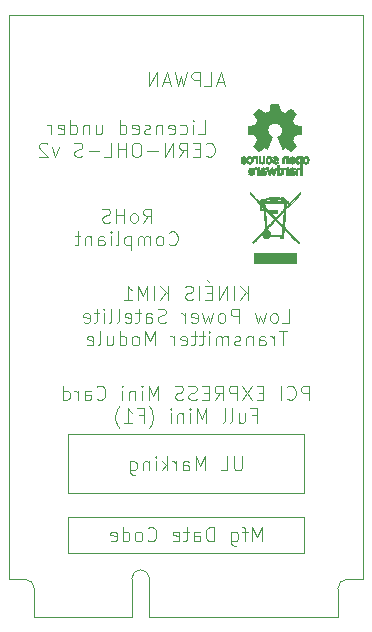
<source format=gbr>
G04 #@! TF.GenerationSoftware,KiCad,Pcbnew,(5.1.6)-1*
G04 #@! TF.CreationDate,2020-07-22T16:22:35+02:00*
G04 #@! TF.ProjectId,BRD-00008-X01,4252442d-3030-4303-9038-2d5830312e6b,X01*
G04 #@! TF.SameCoordinates,Original*
G04 #@! TF.FileFunction,Legend,Bot*
G04 #@! TF.FilePolarity,Positive*
%FSLAX46Y46*%
G04 Gerber Fmt 4.6, Leading zero omitted, Abs format (unit mm)*
G04 Created by KiCad (PCBNEW (5.1.6)-1) date 2020-07-22 16:22:35*
%MOMM*%
%LPD*%
G01*
G04 APERTURE LIST*
%ADD10C,0.120000*%
G04 #@! TA.AperFunction,Profile*
%ADD11C,0.010000*%
G04 #@! TD*
%ADD12C,0.010000*%
G04 APERTURE END LIST*
D10*
X154900000Y-124042857D02*
X154900000Y-122842857D01*
X154500000Y-123700000D01*
X154100000Y-122842857D01*
X154100000Y-124042857D01*
X153700000Y-123242857D02*
X153242857Y-123242857D01*
X153528571Y-124042857D02*
X153528571Y-123014285D01*
X153471428Y-122900000D01*
X153357142Y-122842857D01*
X153242857Y-122842857D01*
X152328571Y-123242857D02*
X152328571Y-124214285D01*
X152385714Y-124328571D01*
X152442857Y-124385714D01*
X152557142Y-124442857D01*
X152728571Y-124442857D01*
X152842857Y-124385714D01*
X152328571Y-123985714D02*
X152442857Y-124042857D01*
X152671428Y-124042857D01*
X152785714Y-123985714D01*
X152842857Y-123928571D01*
X152900000Y-123814285D01*
X152900000Y-123471428D01*
X152842857Y-123357142D01*
X152785714Y-123300000D01*
X152671428Y-123242857D01*
X152442857Y-123242857D01*
X152328571Y-123300000D01*
X150842857Y-124042857D02*
X150842857Y-122842857D01*
X150557142Y-122842857D01*
X150385714Y-122900000D01*
X150271428Y-123014285D01*
X150214285Y-123128571D01*
X150157142Y-123357142D01*
X150157142Y-123528571D01*
X150214285Y-123757142D01*
X150271428Y-123871428D01*
X150385714Y-123985714D01*
X150557142Y-124042857D01*
X150842857Y-124042857D01*
X149128571Y-124042857D02*
X149128571Y-123414285D01*
X149185714Y-123300000D01*
X149300000Y-123242857D01*
X149528571Y-123242857D01*
X149642857Y-123300000D01*
X149128571Y-123985714D02*
X149242857Y-124042857D01*
X149528571Y-124042857D01*
X149642857Y-123985714D01*
X149700000Y-123871428D01*
X149700000Y-123757142D01*
X149642857Y-123642857D01*
X149528571Y-123585714D01*
X149242857Y-123585714D01*
X149128571Y-123528571D01*
X148728571Y-123242857D02*
X148271428Y-123242857D01*
X148557142Y-122842857D02*
X148557142Y-123871428D01*
X148500000Y-123985714D01*
X148385714Y-124042857D01*
X148271428Y-124042857D01*
X147414285Y-123985714D02*
X147528571Y-124042857D01*
X147757142Y-124042857D01*
X147871428Y-123985714D01*
X147928571Y-123871428D01*
X147928571Y-123414285D01*
X147871428Y-123300000D01*
X147757142Y-123242857D01*
X147528571Y-123242857D01*
X147414285Y-123300000D01*
X147357142Y-123414285D01*
X147357142Y-123528571D01*
X147928571Y-123642857D01*
X145242857Y-123928571D02*
X145300000Y-123985714D01*
X145471428Y-124042857D01*
X145585714Y-124042857D01*
X145757142Y-123985714D01*
X145871428Y-123871428D01*
X145928571Y-123757142D01*
X145985714Y-123528571D01*
X145985714Y-123357142D01*
X145928571Y-123128571D01*
X145871428Y-123014285D01*
X145757142Y-122900000D01*
X145585714Y-122842857D01*
X145471428Y-122842857D01*
X145300000Y-122900000D01*
X145242857Y-122957142D01*
X144557142Y-124042857D02*
X144671428Y-123985714D01*
X144728571Y-123928571D01*
X144785714Y-123814285D01*
X144785714Y-123471428D01*
X144728571Y-123357142D01*
X144671428Y-123300000D01*
X144557142Y-123242857D01*
X144385714Y-123242857D01*
X144271428Y-123300000D01*
X144214285Y-123357142D01*
X144157142Y-123471428D01*
X144157142Y-123814285D01*
X144214285Y-123928571D01*
X144271428Y-123985714D01*
X144385714Y-124042857D01*
X144557142Y-124042857D01*
X143128571Y-124042857D02*
X143128571Y-122842857D01*
X143128571Y-123985714D02*
X143242857Y-124042857D01*
X143471428Y-124042857D01*
X143585714Y-123985714D01*
X143642857Y-123928571D01*
X143700000Y-123814285D01*
X143700000Y-123471428D01*
X143642857Y-123357142D01*
X143585714Y-123300000D01*
X143471428Y-123242857D01*
X143242857Y-123242857D01*
X143128571Y-123300000D01*
X142100000Y-123985714D02*
X142214285Y-124042857D01*
X142442857Y-124042857D01*
X142557142Y-123985714D01*
X142614285Y-123871428D01*
X142614285Y-123414285D01*
X142557142Y-123300000D01*
X142442857Y-123242857D01*
X142214285Y-123242857D01*
X142100000Y-123300000D01*
X142042857Y-123414285D01*
X142042857Y-123528571D01*
X142614285Y-123642857D01*
X153242857Y-116842857D02*
X153242857Y-117814285D01*
X153185714Y-117928571D01*
X153128571Y-117985714D01*
X153014285Y-118042857D01*
X152785714Y-118042857D01*
X152671428Y-117985714D01*
X152614285Y-117928571D01*
X152557142Y-117814285D01*
X152557142Y-116842857D01*
X151414285Y-118042857D02*
X151985714Y-118042857D01*
X151985714Y-116842857D01*
X150100000Y-118042857D02*
X150100000Y-116842857D01*
X149700000Y-117700000D01*
X149300000Y-116842857D01*
X149300000Y-118042857D01*
X148214285Y-118042857D02*
X148214285Y-117414285D01*
X148271428Y-117300000D01*
X148385714Y-117242857D01*
X148614285Y-117242857D01*
X148728571Y-117300000D01*
X148214285Y-117985714D02*
X148328571Y-118042857D01*
X148614285Y-118042857D01*
X148728571Y-117985714D01*
X148785714Y-117871428D01*
X148785714Y-117757142D01*
X148728571Y-117642857D01*
X148614285Y-117585714D01*
X148328571Y-117585714D01*
X148214285Y-117528571D01*
X147642857Y-118042857D02*
X147642857Y-117242857D01*
X147642857Y-117471428D02*
X147585714Y-117357142D01*
X147528571Y-117300000D01*
X147414285Y-117242857D01*
X147300000Y-117242857D01*
X146900000Y-118042857D02*
X146900000Y-116842857D01*
X146785714Y-117585714D02*
X146442857Y-118042857D01*
X146442857Y-117242857D02*
X146900000Y-117700000D01*
X145928571Y-118042857D02*
X145928571Y-117242857D01*
X145928571Y-116842857D02*
X145985714Y-116900000D01*
X145928571Y-116957142D01*
X145871428Y-116900000D01*
X145928571Y-116842857D01*
X145928571Y-116957142D01*
X145357142Y-117242857D02*
X145357142Y-118042857D01*
X145357142Y-117357142D02*
X145300000Y-117300000D01*
X145185714Y-117242857D01*
X145014285Y-117242857D01*
X144900000Y-117300000D01*
X144842857Y-117414285D01*
X144842857Y-118042857D01*
X143757142Y-117242857D02*
X143757142Y-118214285D01*
X143814285Y-118328571D01*
X143871428Y-118385714D01*
X143985714Y-118442857D01*
X144157142Y-118442857D01*
X144271428Y-118385714D01*
X143757142Y-117985714D02*
X143871428Y-118042857D01*
X144100000Y-118042857D01*
X144214285Y-117985714D01*
X144271428Y-117928571D01*
X144328571Y-117814285D01*
X144328571Y-117471428D01*
X144271428Y-117357142D01*
X144214285Y-117300000D01*
X144100000Y-117242857D01*
X143871428Y-117242857D01*
X143757142Y-117300000D01*
X138500000Y-125000000D02*
X138500000Y-122000000D01*
X158500000Y-125000000D02*
X138500000Y-125000000D01*
X158500000Y-122000000D02*
X158500000Y-125000000D01*
X138500000Y-122000000D02*
X158500000Y-122000000D01*
X138500000Y-120000000D02*
X138500000Y-115000000D01*
X158500000Y-120000000D02*
X138500000Y-120000000D01*
X158500000Y-115000000D02*
X158500000Y-120000000D01*
X138500000Y-115000000D02*
X158500000Y-115000000D01*
X158928571Y-112082857D02*
X158928571Y-110882857D01*
X158471428Y-110882857D01*
X158357142Y-110940000D01*
X158300000Y-110997142D01*
X158242857Y-111111428D01*
X158242857Y-111282857D01*
X158300000Y-111397142D01*
X158357142Y-111454285D01*
X158471428Y-111511428D01*
X158928571Y-111511428D01*
X157042857Y-111968571D02*
X157100000Y-112025714D01*
X157271428Y-112082857D01*
X157385714Y-112082857D01*
X157557142Y-112025714D01*
X157671428Y-111911428D01*
X157728571Y-111797142D01*
X157785714Y-111568571D01*
X157785714Y-111397142D01*
X157728571Y-111168571D01*
X157671428Y-111054285D01*
X157557142Y-110940000D01*
X157385714Y-110882857D01*
X157271428Y-110882857D01*
X157100000Y-110940000D01*
X157042857Y-110997142D01*
X156528571Y-112082857D02*
X156528571Y-110882857D01*
X155042857Y-111454285D02*
X154642857Y-111454285D01*
X154471428Y-112082857D02*
X155042857Y-112082857D01*
X155042857Y-110882857D01*
X154471428Y-110882857D01*
X154071428Y-110882857D02*
X153271428Y-112082857D01*
X153271428Y-110882857D02*
X154071428Y-112082857D01*
X152814285Y-112082857D02*
X152814285Y-110882857D01*
X152357142Y-110882857D01*
X152242857Y-110940000D01*
X152185714Y-110997142D01*
X152128571Y-111111428D01*
X152128571Y-111282857D01*
X152185714Y-111397142D01*
X152242857Y-111454285D01*
X152357142Y-111511428D01*
X152814285Y-111511428D01*
X150928571Y-112082857D02*
X151328571Y-111511428D01*
X151614285Y-112082857D02*
X151614285Y-110882857D01*
X151157142Y-110882857D01*
X151042857Y-110940000D01*
X150985714Y-110997142D01*
X150928571Y-111111428D01*
X150928571Y-111282857D01*
X150985714Y-111397142D01*
X151042857Y-111454285D01*
X151157142Y-111511428D01*
X151614285Y-111511428D01*
X150414285Y-111454285D02*
X150014285Y-111454285D01*
X149842857Y-112082857D02*
X150414285Y-112082857D01*
X150414285Y-110882857D01*
X149842857Y-110882857D01*
X149385714Y-112025714D02*
X149214285Y-112082857D01*
X148928571Y-112082857D01*
X148814285Y-112025714D01*
X148757142Y-111968571D01*
X148700000Y-111854285D01*
X148700000Y-111740000D01*
X148757142Y-111625714D01*
X148814285Y-111568571D01*
X148928571Y-111511428D01*
X149157142Y-111454285D01*
X149271428Y-111397142D01*
X149328571Y-111340000D01*
X149385714Y-111225714D01*
X149385714Y-111111428D01*
X149328571Y-110997142D01*
X149271428Y-110940000D01*
X149157142Y-110882857D01*
X148871428Y-110882857D01*
X148700000Y-110940000D01*
X148242857Y-112025714D02*
X148071428Y-112082857D01*
X147785714Y-112082857D01*
X147671428Y-112025714D01*
X147614285Y-111968571D01*
X147557142Y-111854285D01*
X147557142Y-111740000D01*
X147614285Y-111625714D01*
X147671428Y-111568571D01*
X147785714Y-111511428D01*
X148014285Y-111454285D01*
X148128571Y-111397142D01*
X148185714Y-111340000D01*
X148242857Y-111225714D01*
X148242857Y-111111428D01*
X148185714Y-110997142D01*
X148128571Y-110940000D01*
X148014285Y-110882857D01*
X147728571Y-110882857D01*
X147557142Y-110940000D01*
X146128571Y-112082857D02*
X146128571Y-110882857D01*
X145728571Y-111740000D01*
X145328571Y-110882857D01*
X145328571Y-112082857D01*
X144757142Y-112082857D02*
X144757142Y-111282857D01*
X144757142Y-110882857D02*
X144814285Y-110940000D01*
X144757142Y-110997142D01*
X144700000Y-110940000D01*
X144757142Y-110882857D01*
X144757142Y-110997142D01*
X144185714Y-111282857D02*
X144185714Y-112082857D01*
X144185714Y-111397142D02*
X144128571Y-111340000D01*
X144014285Y-111282857D01*
X143842857Y-111282857D01*
X143728571Y-111340000D01*
X143671428Y-111454285D01*
X143671428Y-112082857D01*
X143100000Y-112082857D02*
X143100000Y-111282857D01*
X143100000Y-110882857D02*
X143157142Y-110940000D01*
X143100000Y-110997142D01*
X143042857Y-110940000D01*
X143100000Y-110882857D01*
X143100000Y-110997142D01*
X140928571Y-111968571D02*
X140985714Y-112025714D01*
X141157142Y-112082857D01*
X141271428Y-112082857D01*
X141442857Y-112025714D01*
X141557142Y-111911428D01*
X141614285Y-111797142D01*
X141671428Y-111568571D01*
X141671428Y-111397142D01*
X141614285Y-111168571D01*
X141557142Y-111054285D01*
X141442857Y-110940000D01*
X141271428Y-110882857D01*
X141157142Y-110882857D01*
X140985714Y-110940000D01*
X140928571Y-110997142D01*
X139900000Y-112082857D02*
X139900000Y-111454285D01*
X139957142Y-111340000D01*
X140071428Y-111282857D01*
X140300000Y-111282857D01*
X140414285Y-111340000D01*
X139900000Y-112025714D02*
X140014285Y-112082857D01*
X140300000Y-112082857D01*
X140414285Y-112025714D01*
X140471428Y-111911428D01*
X140471428Y-111797142D01*
X140414285Y-111682857D01*
X140300000Y-111625714D01*
X140014285Y-111625714D01*
X139900000Y-111568571D01*
X139328571Y-112082857D02*
X139328571Y-111282857D01*
X139328571Y-111511428D02*
X139271428Y-111397142D01*
X139214285Y-111340000D01*
X139100000Y-111282857D01*
X138985714Y-111282857D01*
X138071428Y-112082857D02*
X138071428Y-110882857D01*
X138071428Y-112025714D02*
X138185714Y-112082857D01*
X138414285Y-112082857D01*
X138528571Y-112025714D01*
X138585714Y-111968571D01*
X138642857Y-111854285D01*
X138642857Y-111511428D01*
X138585714Y-111397142D01*
X138528571Y-111340000D01*
X138414285Y-111282857D01*
X138185714Y-111282857D01*
X138071428Y-111340000D01*
X154100000Y-113374285D02*
X154500000Y-113374285D01*
X154500000Y-114002857D02*
X154500000Y-112802857D01*
X153928571Y-112802857D01*
X152957142Y-113202857D02*
X152957142Y-114002857D01*
X153471428Y-113202857D02*
X153471428Y-113831428D01*
X153414285Y-113945714D01*
X153300000Y-114002857D01*
X153128571Y-114002857D01*
X153014285Y-113945714D01*
X152957142Y-113888571D01*
X152214285Y-114002857D02*
X152328571Y-113945714D01*
X152385714Y-113831428D01*
X152385714Y-112802857D01*
X151585714Y-114002857D02*
X151700000Y-113945714D01*
X151757142Y-113831428D01*
X151757142Y-112802857D01*
X150214285Y-114002857D02*
X150214285Y-112802857D01*
X149814285Y-113660000D01*
X149414285Y-112802857D01*
X149414285Y-114002857D01*
X148842857Y-114002857D02*
X148842857Y-113202857D01*
X148842857Y-112802857D02*
X148900000Y-112860000D01*
X148842857Y-112917142D01*
X148785714Y-112860000D01*
X148842857Y-112802857D01*
X148842857Y-112917142D01*
X148271428Y-113202857D02*
X148271428Y-114002857D01*
X148271428Y-113317142D02*
X148214285Y-113260000D01*
X148100000Y-113202857D01*
X147928571Y-113202857D01*
X147814285Y-113260000D01*
X147757142Y-113374285D01*
X147757142Y-114002857D01*
X147185714Y-114002857D02*
X147185714Y-113202857D01*
X147185714Y-112802857D02*
X147242857Y-112860000D01*
X147185714Y-112917142D01*
X147128571Y-112860000D01*
X147185714Y-112802857D01*
X147185714Y-112917142D01*
X145357142Y-114460000D02*
X145414285Y-114402857D01*
X145528571Y-114231428D01*
X145585714Y-114117142D01*
X145642857Y-113945714D01*
X145700000Y-113660000D01*
X145700000Y-113431428D01*
X145642857Y-113145714D01*
X145585714Y-112974285D01*
X145528571Y-112860000D01*
X145414285Y-112688571D01*
X145357142Y-112631428D01*
X144500000Y-113374285D02*
X144900000Y-113374285D01*
X144900000Y-114002857D02*
X144900000Y-112802857D01*
X144328571Y-112802857D01*
X143242857Y-114002857D02*
X143928571Y-114002857D01*
X143585714Y-114002857D02*
X143585714Y-112802857D01*
X143700000Y-112974285D01*
X143814285Y-113088571D01*
X143928571Y-113145714D01*
X142842857Y-114460000D02*
X142785714Y-114402857D01*
X142671428Y-114231428D01*
X142614285Y-114117142D01*
X142557142Y-113945714D01*
X142500000Y-113660000D01*
X142500000Y-113431428D01*
X142557142Y-113145714D01*
X142614285Y-112974285D01*
X142671428Y-112860000D01*
X142785714Y-112688571D01*
X142842857Y-112631428D01*
X144871428Y-97082857D02*
X145271428Y-96511428D01*
X145557142Y-97082857D02*
X145557142Y-95882857D01*
X145100000Y-95882857D01*
X144985714Y-95940000D01*
X144928571Y-95997142D01*
X144871428Y-96111428D01*
X144871428Y-96282857D01*
X144928571Y-96397142D01*
X144985714Y-96454285D01*
X145100000Y-96511428D01*
X145557142Y-96511428D01*
X144185714Y-97082857D02*
X144300000Y-97025714D01*
X144357142Y-96968571D01*
X144414285Y-96854285D01*
X144414285Y-96511428D01*
X144357142Y-96397142D01*
X144300000Y-96340000D01*
X144185714Y-96282857D01*
X144014285Y-96282857D01*
X143900000Y-96340000D01*
X143842857Y-96397142D01*
X143785714Y-96511428D01*
X143785714Y-96854285D01*
X143842857Y-96968571D01*
X143900000Y-97025714D01*
X144014285Y-97082857D01*
X144185714Y-97082857D01*
X143271428Y-97082857D02*
X143271428Y-95882857D01*
X143271428Y-96454285D02*
X142585714Y-96454285D01*
X142585714Y-97082857D02*
X142585714Y-95882857D01*
X142071428Y-97025714D02*
X141900000Y-97082857D01*
X141614285Y-97082857D01*
X141500000Y-97025714D01*
X141442857Y-96968571D01*
X141385714Y-96854285D01*
X141385714Y-96740000D01*
X141442857Y-96625714D01*
X141500000Y-96568571D01*
X141614285Y-96511428D01*
X141842857Y-96454285D01*
X141957142Y-96397142D01*
X142014285Y-96340000D01*
X142071428Y-96225714D01*
X142071428Y-96111428D01*
X142014285Y-95997142D01*
X141957142Y-95940000D01*
X141842857Y-95882857D01*
X141557142Y-95882857D01*
X141385714Y-95940000D01*
X147042857Y-98888571D02*
X147100000Y-98945714D01*
X147271428Y-99002857D01*
X147385714Y-99002857D01*
X147557142Y-98945714D01*
X147671428Y-98831428D01*
X147728571Y-98717142D01*
X147785714Y-98488571D01*
X147785714Y-98317142D01*
X147728571Y-98088571D01*
X147671428Y-97974285D01*
X147557142Y-97860000D01*
X147385714Y-97802857D01*
X147271428Y-97802857D01*
X147100000Y-97860000D01*
X147042857Y-97917142D01*
X146357142Y-99002857D02*
X146471428Y-98945714D01*
X146528571Y-98888571D01*
X146585714Y-98774285D01*
X146585714Y-98431428D01*
X146528571Y-98317142D01*
X146471428Y-98260000D01*
X146357142Y-98202857D01*
X146185714Y-98202857D01*
X146071428Y-98260000D01*
X146014285Y-98317142D01*
X145957142Y-98431428D01*
X145957142Y-98774285D01*
X146014285Y-98888571D01*
X146071428Y-98945714D01*
X146185714Y-99002857D01*
X146357142Y-99002857D01*
X145442857Y-99002857D02*
X145442857Y-98202857D01*
X145442857Y-98317142D02*
X145385714Y-98260000D01*
X145271428Y-98202857D01*
X145100000Y-98202857D01*
X144985714Y-98260000D01*
X144928571Y-98374285D01*
X144928571Y-99002857D01*
X144928571Y-98374285D02*
X144871428Y-98260000D01*
X144757142Y-98202857D01*
X144585714Y-98202857D01*
X144471428Y-98260000D01*
X144414285Y-98374285D01*
X144414285Y-99002857D01*
X143842857Y-98202857D02*
X143842857Y-99402857D01*
X143842857Y-98260000D02*
X143728571Y-98202857D01*
X143500000Y-98202857D01*
X143385714Y-98260000D01*
X143328571Y-98317142D01*
X143271428Y-98431428D01*
X143271428Y-98774285D01*
X143328571Y-98888571D01*
X143385714Y-98945714D01*
X143500000Y-99002857D01*
X143728571Y-99002857D01*
X143842857Y-98945714D01*
X142585714Y-99002857D02*
X142700000Y-98945714D01*
X142757142Y-98831428D01*
X142757142Y-97802857D01*
X142128571Y-99002857D02*
X142128571Y-98202857D01*
X142128571Y-97802857D02*
X142185714Y-97860000D01*
X142128571Y-97917142D01*
X142071428Y-97860000D01*
X142128571Y-97802857D01*
X142128571Y-97917142D01*
X141042857Y-99002857D02*
X141042857Y-98374285D01*
X141100000Y-98260000D01*
X141214285Y-98202857D01*
X141442857Y-98202857D01*
X141557142Y-98260000D01*
X141042857Y-98945714D02*
X141157142Y-99002857D01*
X141442857Y-99002857D01*
X141557142Y-98945714D01*
X141614285Y-98831428D01*
X141614285Y-98717142D01*
X141557142Y-98602857D01*
X141442857Y-98545714D01*
X141157142Y-98545714D01*
X141042857Y-98488571D01*
X140471428Y-98202857D02*
X140471428Y-99002857D01*
X140471428Y-98317142D02*
X140414285Y-98260000D01*
X140300000Y-98202857D01*
X140128571Y-98202857D01*
X140014285Y-98260000D01*
X139957142Y-98374285D01*
X139957142Y-99002857D01*
X139557142Y-98202857D02*
X139100000Y-98202857D01*
X139385714Y-97802857D02*
X139385714Y-98831428D01*
X139328571Y-98945714D01*
X139214285Y-99002857D01*
X139100000Y-99002857D01*
X149500000Y-89582857D02*
X150071428Y-89582857D01*
X150071428Y-88382857D01*
X149100000Y-89582857D02*
X149100000Y-88782857D01*
X149100000Y-88382857D02*
X149157142Y-88440000D01*
X149100000Y-88497142D01*
X149042857Y-88440000D01*
X149100000Y-88382857D01*
X149100000Y-88497142D01*
X148014285Y-89525714D02*
X148128571Y-89582857D01*
X148357142Y-89582857D01*
X148471428Y-89525714D01*
X148528571Y-89468571D01*
X148585714Y-89354285D01*
X148585714Y-89011428D01*
X148528571Y-88897142D01*
X148471428Y-88840000D01*
X148357142Y-88782857D01*
X148128571Y-88782857D01*
X148014285Y-88840000D01*
X147042857Y-89525714D02*
X147157142Y-89582857D01*
X147385714Y-89582857D01*
X147500000Y-89525714D01*
X147557142Y-89411428D01*
X147557142Y-88954285D01*
X147500000Y-88840000D01*
X147385714Y-88782857D01*
X147157142Y-88782857D01*
X147042857Y-88840000D01*
X146985714Y-88954285D01*
X146985714Y-89068571D01*
X147557142Y-89182857D01*
X146471428Y-88782857D02*
X146471428Y-89582857D01*
X146471428Y-88897142D02*
X146414285Y-88840000D01*
X146300000Y-88782857D01*
X146128571Y-88782857D01*
X146014285Y-88840000D01*
X145957142Y-88954285D01*
X145957142Y-89582857D01*
X145442857Y-89525714D02*
X145328571Y-89582857D01*
X145100000Y-89582857D01*
X144985714Y-89525714D01*
X144928571Y-89411428D01*
X144928571Y-89354285D01*
X144985714Y-89240000D01*
X145100000Y-89182857D01*
X145271428Y-89182857D01*
X145385714Y-89125714D01*
X145442857Y-89011428D01*
X145442857Y-88954285D01*
X145385714Y-88840000D01*
X145271428Y-88782857D01*
X145100000Y-88782857D01*
X144985714Y-88840000D01*
X143957142Y-89525714D02*
X144071428Y-89582857D01*
X144300000Y-89582857D01*
X144414285Y-89525714D01*
X144471428Y-89411428D01*
X144471428Y-88954285D01*
X144414285Y-88840000D01*
X144300000Y-88782857D01*
X144071428Y-88782857D01*
X143957142Y-88840000D01*
X143900000Y-88954285D01*
X143900000Y-89068571D01*
X144471428Y-89182857D01*
X142871428Y-89582857D02*
X142871428Y-88382857D01*
X142871428Y-89525714D02*
X142985714Y-89582857D01*
X143214285Y-89582857D01*
X143328571Y-89525714D01*
X143385714Y-89468571D01*
X143442857Y-89354285D01*
X143442857Y-89011428D01*
X143385714Y-88897142D01*
X143328571Y-88840000D01*
X143214285Y-88782857D01*
X142985714Y-88782857D01*
X142871428Y-88840000D01*
X140871428Y-88782857D02*
X140871428Y-89582857D01*
X141385714Y-88782857D02*
X141385714Y-89411428D01*
X141328571Y-89525714D01*
X141214285Y-89582857D01*
X141042857Y-89582857D01*
X140928571Y-89525714D01*
X140871428Y-89468571D01*
X140300000Y-88782857D02*
X140300000Y-89582857D01*
X140300000Y-88897142D02*
X140242857Y-88840000D01*
X140128571Y-88782857D01*
X139957142Y-88782857D01*
X139842857Y-88840000D01*
X139785714Y-88954285D01*
X139785714Y-89582857D01*
X138700000Y-89582857D02*
X138700000Y-88382857D01*
X138700000Y-89525714D02*
X138814285Y-89582857D01*
X139042857Y-89582857D01*
X139157142Y-89525714D01*
X139214285Y-89468571D01*
X139271428Y-89354285D01*
X139271428Y-89011428D01*
X139214285Y-88897142D01*
X139157142Y-88840000D01*
X139042857Y-88782857D01*
X138814285Y-88782857D01*
X138700000Y-88840000D01*
X137671428Y-89525714D02*
X137785714Y-89582857D01*
X138014285Y-89582857D01*
X138128571Y-89525714D01*
X138185714Y-89411428D01*
X138185714Y-88954285D01*
X138128571Y-88840000D01*
X138014285Y-88782857D01*
X137785714Y-88782857D01*
X137671428Y-88840000D01*
X137614285Y-88954285D01*
X137614285Y-89068571D01*
X138185714Y-89182857D01*
X137100000Y-89582857D02*
X137100000Y-88782857D01*
X137100000Y-89011428D02*
X137042857Y-88897142D01*
X136985714Y-88840000D01*
X136871428Y-88782857D01*
X136757142Y-88782857D01*
X150185714Y-91388571D02*
X150242857Y-91445714D01*
X150414285Y-91502857D01*
X150528571Y-91502857D01*
X150700000Y-91445714D01*
X150814285Y-91331428D01*
X150871428Y-91217142D01*
X150928571Y-90988571D01*
X150928571Y-90817142D01*
X150871428Y-90588571D01*
X150814285Y-90474285D01*
X150700000Y-90360000D01*
X150528571Y-90302857D01*
X150414285Y-90302857D01*
X150242857Y-90360000D01*
X150185714Y-90417142D01*
X149671428Y-90874285D02*
X149271428Y-90874285D01*
X149100000Y-91502857D02*
X149671428Y-91502857D01*
X149671428Y-90302857D01*
X149100000Y-90302857D01*
X147900000Y-91502857D02*
X148300000Y-90931428D01*
X148585714Y-91502857D02*
X148585714Y-90302857D01*
X148128571Y-90302857D01*
X148014285Y-90360000D01*
X147957142Y-90417142D01*
X147900000Y-90531428D01*
X147900000Y-90702857D01*
X147957142Y-90817142D01*
X148014285Y-90874285D01*
X148128571Y-90931428D01*
X148585714Y-90931428D01*
X147385714Y-91502857D02*
X147385714Y-90302857D01*
X146700000Y-91502857D01*
X146700000Y-90302857D01*
X146128571Y-91045714D02*
X145214285Y-91045714D01*
X144414285Y-90302857D02*
X144185714Y-90302857D01*
X144071428Y-90360000D01*
X143957142Y-90474285D01*
X143900000Y-90702857D01*
X143900000Y-91102857D01*
X143957142Y-91331428D01*
X144071428Y-91445714D01*
X144185714Y-91502857D01*
X144414285Y-91502857D01*
X144528571Y-91445714D01*
X144642857Y-91331428D01*
X144700000Y-91102857D01*
X144700000Y-90702857D01*
X144642857Y-90474285D01*
X144528571Y-90360000D01*
X144414285Y-90302857D01*
X143385714Y-91502857D02*
X143385714Y-90302857D01*
X143385714Y-90874285D02*
X142700000Y-90874285D01*
X142700000Y-91502857D02*
X142700000Y-90302857D01*
X141557142Y-91502857D02*
X142128571Y-91502857D01*
X142128571Y-90302857D01*
X141157142Y-91045714D02*
X140242857Y-91045714D01*
X139728571Y-91445714D02*
X139557142Y-91502857D01*
X139271428Y-91502857D01*
X139157142Y-91445714D01*
X139100000Y-91388571D01*
X139042857Y-91274285D01*
X139042857Y-91160000D01*
X139100000Y-91045714D01*
X139157142Y-90988571D01*
X139271428Y-90931428D01*
X139500000Y-90874285D01*
X139614285Y-90817142D01*
X139671428Y-90760000D01*
X139728571Y-90645714D01*
X139728571Y-90531428D01*
X139671428Y-90417142D01*
X139614285Y-90360000D01*
X139500000Y-90302857D01*
X139214285Y-90302857D01*
X139042857Y-90360000D01*
X137728571Y-90702857D02*
X137442857Y-91502857D01*
X137157142Y-90702857D01*
X136757142Y-90417142D02*
X136700000Y-90360000D01*
X136585714Y-90302857D01*
X136300000Y-90302857D01*
X136185714Y-90360000D01*
X136128571Y-90417142D01*
X136071428Y-90531428D01*
X136071428Y-90645714D01*
X136128571Y-90817142D01*
X136814285Y-91502857D01*
X136071428Y-91502857D01*
X153728571Y-103622857D02*
X153728571Y-102422857D01*
X153042857Y-103622857D02*
X153557142Y-102937142D01*
X153042857Y-102422857D02*
X153728571Y-103108571D01*
X152528571Y-103622857D02*
X152528571Y-102422857D01*
X151957142Y-103622857D02*
X151957142Y-102422857D01*
X151271428Y-103622857D01*
X151271428Y-102422857D01*
X150700000Y-102994285D02*
X150300000Y-102994285D01*
X150128571Y-103622857D02*
X150700000Y-103622857D01*
X150700000Y-102422857D01*
X150128571Y-102422857D01*
X150300000Y-101965714D02*
X150471428Y-102137142D01*
X149614285Y-103622857D02*
X149614285Y-102422857D01*
X149100000Y-103565714D02*
X148928571Y-103622857D01*
X148642857Y-103622857D01*
X148528571Y-103565714D01*
X148471428Y-103508571D01*
X148414285Y-103394285D01*
X148414285Y-103280000D01*
X148471428Y-103165714D01*
X148528571Y-103108571D01*
X148642857Y-103051428D01*
X148871428Y-102994285D01*
X148985714Y-102937142D01*
X149042857Y-102880000D01*
X149100000Y-102765714D01*
X149100000Y-102651428D01*
X149042857Y-102537142D01*
X148985714Y-102480000D01*
X148871428Y-102422857D01*
X148585714Y-102422857D01*
X148414285Y-102480000D01*
X146985714Y-103622857D02*
X146985714Y-102422857D01*
X146300000Y-103622857D02*
X146814285Y-102937142D01*
X146300000Y-102422857D02*
X146985714Y-103108571D01*
X145785714Y-103622857D02*
X145785714Y-102422857D01*
X145214285Y-103622857D02*
X145214285Y-102422857D01*
X144814285Y-103280000D01*
X144414285Y-102422857D01*
X144414285Y-103622857D01*
X143214285Y-103622857D02*
X143900000Y-103622857D01*
X143557142Y-103622857D02*
X143557142Y-102422857D01*
X143671428Y-102594285D01*
X143785714Y-102708571D01*
X143900000Y-102765714D01*
X156614285Y-105542857D02*
X157185714Y-105542857D01*
X157185714Y-104342857D01*
X156042857Y-105542857D02*
X156157142Y-105485714D01*
X156214285Y-105428571D01*
X156271428Y-105314285D01*
X156271428Y-104971428D01*
X156214285Y-104857142D01*
X156157142Y-104800000D01*
X156042857Y-104742857D01*
X155871428Y-104742857D01*
X155757142Y-104800000D01*
X155700000Y-104857142D01*
X155642857Y-104971428D01*
X155642857Y-105314285D01*
X155700000Y-105428571D01*
X155757142Y-105485714D01*
X155871428Y-105542857D01*
X156042857Y-105542857D01*
X155242857Y-104742857D02*
X155014285Y-105542857D01*
X154785714Y-104971428D01*
X154557142Y-105542857D01*
X154328571Y-104742857D01*
X152957142Y-105542857D02*
X152957142Y-104342857D01*
X152500000Y-104342857D01*
X152385714Y-104400000D01*
X152328571Y-104457142D01*
X152271428Y-104571428D01*
X152271428Y-104742857D01*
X152328571Y-104857142D01*
X152385714Y-104914285D01*
X152500000Y-104971428D01*
X152957142Y-104971428D01*
X151585714Y-105542857D02*
X151700000Y-105485714D01*
X151757142Y-105428571D01*
X151814285Y-105314285D01*
X151814285Y-104971428D01*
X151757142Y-104857142D01*
X151700000Y-104800000D01*
X151585714Y-104742857D01*
X151414285Y-104742857D01*
X151300000Y-104800000D01*
X151242857Y-104857142D01*
X151185714Y-104971428D01*
X151185714Y-105314285D01*
X151242857Y-105428571D01*
X151300000Y-105485714D01*
X151414285Y-105542857D01*
X151585714Y-105542857D01*
X150785714Y-104742857D02*
X150557142Y-105542857D01*
X150328571Y-104971428D01*
X150100000Y-105542857D01*
X149871428Y-104742857D01*
X148957142Y-105485714D02*
X149071428Y-105542857D01*
X149300000Y-105542857D01*
X149414285Y-105485714D01*
X149471428Y-105371428D01*
X149471428Y-104914285D01*
X149414285Y-104800000D01*
X149300000Y-104742857D01*
X149071428Y-104742857D01*
X148957142Y-104800000D01*
X148900000Y-104914285D01*
X148900000Y-105028571D01*
X149471428Y-105142857D01*
X148385714Y-105542857D02*
X148385714Y-104742857D01*
X148385714Y-104971428D02*
X148328571Y-104857142D01*
X148271428Y-104800000D01*
X148157142Y-104742857D01*
X148042857Y-104742857D01*
X146785714Y-105485714D02*
X146614285Y-105542857D01*
X146328571Y-105542857D01*
X146214285Y-105485714D01*
X146157142Y-105428571D01*
X146100000Y-105314285D01*
X146100000Y-105200000D01*
X146157142Y-105085714D01*
X146214285Y-105028571D01*
X146328571Y-104971428D01*
X146557142Y-104914285D01*
X146671428Y-104857142D01*
X146728571Y-104800000D01*
X146785714Y-104685714D01*
X146785714Y-104571428D01*
X146728571Y-104457142D01*
X146671428Y-104400000D01*
X146557142Y-104342857D01*
X146271428Y-104342857D01*
X146100000Y-104400000D01*
X145071428Y-105542857D02*
X145071428Y-104914285D01*
X145128571Y-104800000D01*
X145242857Y-104742857D01*
X145471428Y-104742857D01*
X145585714Y-104800000D01*
X145071428Y-105485714D02*
X145185714Y-105542857D01*
X145471428Y-105542857D01*
X145585714Y-105485714D01*
X145642857Y-105371428D01*
X145642857Y-105257142D01*
X145585714Y-105142857D01*
X145471428Y-105085714D01*
X145185714Y-105085714D01*
X145071428Y-105028571D01*
X144671428Y-104742857D02*
X144214285Y-104742857D01*
X144500000Y-104342857D02*
X144500000Y-105371428D01*
X144442857Y-105485714D01*
X144328571Y-105542857D01*
X144214285Y-105542857D01*
X143357142Y-105485714D02*
X143471428Y-105542857D01*
X143700000Y-105542857D01*
X143814285Y-105485714D01*
X143871428Y-105371428D01*
X143871428Y-104914285D01*
X143814285Y-104800000D01*
X143700000Y-104742857D01*
X143471428Y-104742857D01*
X143357142Y-104800000D01*
X143300000Y-104914285D01*
X143300000Y-105028571D01*
X143871428Y-105142857D01*
X142614285Y-105542857D02*
X142728571Y-105485714D01*
X142785714Y-105371428D01*
X142785714Y-104342857D01*
X141985714Y-105542857D02*
X142100000Y-105485714D01*
X142157142Y-105371428D01*
X142157142Y-104342857D01*
X141528571Y-105542857D02*
X141528571Y-104742857D01*
X141528571Y-104342857D02*
X141585714Y-104400000D01*
X141528571Y-104457142D01*
X141471428Y-104400000D01*
X141528571Y-104342857D01*
X141528571Y-104457142D01*
X141128571Y-104742857D02*
X140671428Y-104742857D01*
X140957142Y-104342857D02*
X140957142Y-105371428D01*
X140900000Y-105485714D01*
X140785714Y-105542857D01*
X140671428Y-105542857D01*
X139814285Y-105485714D02*
X139928571Y-105542857D01*
X140157142Y-105542857D01*
X140271428Y-105485714D01*
X140328571Y-105371428D01*
X140328571Y-104914285D01*
X140271428Y-104800000D01*
X140157142Y-104742857D01*
X139928571Y-104742857D01*
X139814285Y-104800000D01*
X139757142Y-104914285D01*
X139757142Y-105028571D01*
X140328571Y-105142857D01*
X157042857Y-106262857D02*
X156357142Y-106262857D01*
X156700000Y-107462857D02*
X156700000Y-106262857D01*
X155957142Y-107462857D02*
X155957142Y-106662857D01*
X155957142Y-106891428D02*
X155900000Y-106777142D01*
X155842857Y-106720000D01*
X155728571Y-106662857D01*
X155614285Y-106662857D01*
X154700000Y-107462857D02*
X154700000Y-106834285D01*
X154757142Y-106720000D01*
X154871428Y-106662857D01*
X155100000Y-106662857D01*
X155214285Y-106720000D01*
X154700000Y-107405714D02*
X154814285Y-107462857D01*
X155100000Y-107462857D01*
X155214285Y-107405714D01*
X155271428Y-107291428D01*
X155271428Y-107177142D01*
X155214285Y-107062857D01*
X155100000Y-107005714D01*
X154814285Y-107005714D01*
X154700000Y-106948571D01*
X154128571Y-106662857D02*
X154128571Y-107462857D01*
X154128571Y-106777142D02*
X154071428Y-106720000D01*
X153957142Y-106662857D01*
X153785714Y-106662857D01*
X153671428Y-106720000D01*
X153614285Y-106834285D01*
X153614285Y-107462857D01*
X153100000Y-107405714D02*
X152985714Y-107462857D01*
X152757142Y-107462857D01*
X152642857Y-107405714D01*
X152585714Y-107291428D01*
X152585714Y-107234285D01*
X152642857Y-107120000D01*
X152757142Y-107062857D01*
X152928571Y-107062857D01*
X153042857Y-107005714D01*
X153100000Y-106891428D01*
X153100000Y-106834285D01*
X153042857Y-106720000D01*
X152928571Y-106662857D01*
X152757142Y-106662857D01*
X152642857Y-106720000D01*
X152071428Y-107462857D02*
X152071428Y-106662857D01*
X152071428Y-106777142D02*
X152014285Y-106720000D01*
X151900000Y-106662857D01*
X151728571Y-106662857D01*
X151614285Y-106720000D01*
X151557142Y-106834285D01*
X151557142Y-107462857D01*
X151557142Y-106834285D02*
X151500000Y-106720000D01*
X151385714Y-106662857D01*
X151214285Y-106662857D01*
X151100000Y-106720000D01*
X151042857Y-106834285D01*
X151042857Y-107462857D01*
X150471428Y-107462857D02*
X150471428Y-106662857D01*
X150471428Y-106262857D02*
X150528571Y-106320000D01*
X150471428Y-106377142D01*
X150414285Y-106320000D01*
X150471428Y-106262857D01*
X150471428Y-106377142D01*
X150071428Y-106662857D02*
X149614285Y-106662857D01*
X149900000Y-106262857D02*
X149900000Y-107291428D01*
X149842857Y-107405714D01*
X149728571Y-107462857D01*
X149614285Y-107462857D01*
X149385714Y-106662857D02*
X148928571Y-106662857D01*
X149214285Y-106262857D02*
X149214285Y-107291428D01*
X149157142Y-107405714D01*
X149042857Y-107462857D01*
X148928571Y-107462857D01*
X148071428Y-107405714D02*
X148185714Y-107462857D01*
X148414285Y-107462857D01*
X148528571Y-107405714D01*
X148585714Y-107291428D01*
X148585714Y-106834285D01*
X148528571Y-106720000D01*
X148414285Y-106662857D01*
X148185714Y-106662857D01*
X148071428Y-106720000D01*
X148014285Y-106834285D01*
X148014285Y-106948571D01*
X148585714Y-107062857D01*
X147500000Y-107462857D02*
X147500000Y-106662857D01*
X147500000Y-106891428D02*
X147442857Y-106777142D01*
X147385714Y-106720000D01*
X147271428Y-106662857D01*
X147157142Y-106662857D01*
X145842857Y-107462857D02*
X145842857Y-106262857D01*
X145442857Y-107120000D01*
X145042857Y-106262857D01*
X145042857Y-107462857D01*
X144300000Y-107462857D02*
X144414285Y-107405714D01*
X144471428Y-107348571D01*
X144528571Y-107234285D01*
X144528571Y-106891428D01*
X144471428Y-106777142D01*
X144414285Y-106720000D01*
X144300000Y-106662857D01*
X144128571Y-106662857D01*
X144014285Y-106720000D01*
X143957142Y-106777142D01*
X143900000Y-106891428D01*
X143900000Y-107234285D01*
X143957142Y-107348571D01*
X144014285Y-107405714D01*
X144128571Y-107462857D01*
X144300000Y-107462857D01*
X142871428Y-107462857D02*
X142871428Y-106262857D01*
X142871428Y-107405714D02*
X142985714Y-107462857D01*
X143214285Y-107462857D01*
X143328571Y-107405714D01*
X143385714Y-107348571D01*
X143442857Y-107234285D01*
X143442857Y-106891428D01*
X143385714Y-106777142D01*
X143328571Y-106720000D01*
X143214285Y-106662857D01*
X142985714Y-106662857D01*
X142871428Y-106720000D01*
X141785714Y-106662857D02*
X141785714Y-107462857D01*
X142300000Y-106662857D02*
X142300000Y-107291428D01*
X142242857Y-107405714D01*
X142128571Y-107462857D01*
X141957142Y-107462857D01*
X141842857Y-107405714D01*
X141785714Y-107348571D01*
X141042857Y-107462857D02*
X141157142Y-107405714D01*
X141214285Y-107291428D01*
X141214285Y-106262857D01*
X140128571Y-107405714D02*
X140242857Y-107462857D01*
X140471428Y-107462857D01*
X140585714Y-107405714D01*
X140642857Y-107291428D01*
X140642857Y-106834285D01*
X140585714Y-106720000D01*
X140471428Y-106662857D01*
X140242857Y-106662857D01*
X140128571Y-106720000D01*
X140071428Y-106834285D01*
X140071428Y-106948571D01*
X140642857Y-107062857D01*
X151700000Y-85200000D02*
X151128571Y-85200000D01*
X151814285Y-85542857D02*
X151414285Y-84342857D01*
X151014285Y-85542857D01*
X150042857Y-85542857D02*
X150614285Y-85542857D01*
X150614285Y-84342857D01*
X149642857Y-85542857D02*
X149642857Y-84342857D01*
X149185714Y-84342857D01*
X149071428Y-84400000D01*
X149014285Y-84457142D01*
X148957142Y-84571428D01*
X148957142Y-84742857D01*
X149014285Y-84857142D01*
X149071428Y-84914285D01*
X149185714Y-84971428D01*
X149642857Y-84971428D01*
X148557142Y-84342857D02*
X148271428Y-85542857D01*
X148042857Y-84685714D01*
X147814285Y-85542857D01*
X147528571Y-84342857D01*
X147128571Y-85200000D02*
X146557142Y-85200000D01*
X147242857Y-85542857D02*
X146842857Y-84342857D01*
X146442857Y-85542857D01*
X146042857Y-85542857D02*
X146042857Y-84342857D01*
X145357142Y-85542857D01*
X145357142Y-84342857D01*
D11*
X135650000Y-130450000D02*
X135650000Y-128050000D01*
X135650000Y-130450000D02*
X143900000Y-130450000D01*
X143900000Y-130450000D02*
X143900000Y-127200000D01*
X145400000Y-130450000D02*
X145400000Y-127200000D01*
X163500000Y-127250000D02*
X163500000Y-79500000D01*
X162150000Y-127250000D02*
X163500000Y-127250000D01*
X145400000Y-130450000D02*
X161350000Y-130450000D01*
X161350000Y-130450000D02*
X161350000Y-128050000D01*
X162150000Y-127250000D02*
G75*
G03*
X161350000Y-128050000I0J-800000D01*
G01*
X144650000Y-126450000D02*
G75*
G03*
X143900000Y-127200000I0J-750000D01*
G01*
X145400000Y-127200000D02*
G75*
G03*
X144650000Y-126450000I-750000J0D01*
G01*
X135650000Y-128050000D02*
G75*
G03*
X134850000Y-127250000I-800000J0D01*
G01*
X133500000Y-127250000D02*
X134850000Y-127250000D01*
X133500000Y-79500000D02*
X133500000Y-127250000D01*
X133500000Y-79500000D02*
X163500000Y-79500000D01*
D12*
G36*
X157908759Y-91469184D02*
G01*
X157882247Y-91482282D01*
X157849553Y-91505106D01*
X157825725Y-91529996D01*
X157809406Y-91561249D01*
X157799240Y-91603166D01*
X157793872Y-91660044D01*
X157791944Y-91736184D01*
X157791831Y-91768917D01*
X157792161Y-91840656D01*
X157793527Y-91891927D01*
X157796500Y-91927404D01*
X157801649Y-91951763D01*
X157809543Y-91969680D01*
X157817757Y-91981902D01*
X157870187Y-92033905D01*
X157931930Y-92065184D01*
X157998536Y-92074592D01*
X158065558Y-92060980D01*
X158086792Y-92051354D01*
X158137624Y-92024859D01*
X158137624Y-92440052D01*
X158100525Y-92420868D01*
X158051643Y-92406025D01*
X157991561Y-92402222D01*
X157931564Y-92409243D01*
X157886256Y-92425013D01*
X157848675Y-92455047D01*
X157816564Y-92498024D01*
X157814150Y-92502436D01*
X157803967Y-92523221D01*
X157796530Y-92544170D01*
X157791411Y-92569548D01*
X157788181Y-92603618D01*
X157786413Y-92650641D01*
X157785677Y-92714882D01*
X157785544Y-92787176D01*
X157785544Y-93017822D01*
X157923861Y-93017822D01*
X157923861Y-92592533D01*
X157962549Y-92559979D01*
X158002738Y-92533940D01*
X158040797Y-92529205D01*
X158079066Y-92541389D01*
X158099462Y-92553320D01*
X158114642Y-92570313D01*
X158125438Y-92595995D01*
X158132683Y-92633991D01*
X158137208Y-92687926D01*
X158139844Y-92761425D01*
X158140772Y-92810347D01*
X158143911Y-93011535D01*
X158209926Y-93015336D01*
X158275940Y-93019136D01*
X158275940Y-91770650D01*
X158137624Y-91770650D01*
X158134097Y-91840254D01*
X158122215Y-91888569D01*
X158100020Y-91918631D01*
X158065559Y-91933471D01*
X158030742Y-91936436D01*
X157991329Y-91933028D01*
X157965171Y-91919617D01*
X157948814Y-91901896D01*
X157935937Y-91882835D01*
X157928272Y-91861601D01*
X157924861Y-91831849D01*
X157924749Y-91787236D01*
X157925897Y-91749880D01*
X157928532Y-91693604D01*
X157932456Y-91656658D01*
X157939063Y-91633223D01*
X157949749Y-91617480D01*
X157959833Y-91608380D01*
X158001970Y-91588537D01*
X158051840Y-91585332D01*
X158080476Y-91592168D01*
X158108828Y-91616464D01*
X158127609Y-91663728D01*
X158136712Y-91733624D01*
X158137624Y-91770650D01*
X158275940Y-91770650D01*
X158275940Y-91458614D01*
X158206782Y-91458614D01*
X158165260Y-91460256D01*
X158143838Y-91466087D01*
X158137626Y-91477461D01*
X158137624Y-91477798D01*
X158134742Y-91488938D01*
X158122030Y-91487673D01*
X158096757Y-91475433D01*
X158037869Y-91456707D01*
X157971615Y-91454739D01*
X157908759Y-91469184D01*
G37*
X157908759Y-91469184D02*
X157882247Y-91482282D01*
X157849553Y-91505106D01*
X157825725Y-91529996D01*
X157809406Y-91561249D01*
X157799240Y-91603166D01*
X157793872Y-91660044D01*
X157791944Y-91736184D01*
X157791831Y-91768917D01*
X157792161Y-91840656D01*
X157793527Y-91891927D01*
X157796500Y-91927404D01*
X157801649Y-91951763D01*
X157809543Y-91969680D01*
X157817757Y-91981902D01*
X157870187Y-92033905D01*
X157931930Y-92065184D01*
X157998536Y-92074592D01*
X158065558Y-92060980D01*
X158086792Y-92051354D01*
X158137624Y-92024859D01*
X158137624Y-92440052D01*
X158100525Y-92420868D01*
X158051643Y-92406025D01*
X157991561Y-92402222D01*
X157931564Y-92409243D01*
X157886256Y-92425013D01*
X157848675Y-92455047D01*
X157816564Y-92498024D01*
X157814150Y-92502436D01*
X157803967Y-92523221D01*
X157796530Y-92544170D01*
X157791411Y-92569548D01*
X157788181Y-92603618D01*
X157786413Y-92650641D01*
X157785677Y-92714882D01*
X157785544Y-92787176D01*
X157785544Y-93017822D01*
X157923861Y-93017822D01*
X157923861Y-92592533D01*
X157962549Y-92559979D01*
X158002738Y-92533940D01*
X158040797Y-92529205D01*
X158079066Y-92541389D01*
X158099462Y-92553320D01*
X158114642Y-92570313D01*
X158125438Y-92595995D01*
X158132683Y-92633991D01*
X158137208Y-92687926D01*
X158139844Y-92761425D01*
X158140772Y-92810347D01*
X158143911Y-93011535D01*
X158209926Y-93015336D01*
X158275940Y-93019136D01*
X158275940Y-91770650D01*
X158137624Y-91770650D01*
X158134097Y-91840254D01*
X158122215Y-91888569D01*
X158100020Y-91918631D01*
X158065559Y-91933471D01*
X158030742Y-91936436D01*
X157991329Y-91933028D01*
X157965171Y-91919617D01*
X157948814Y-91901896D01*
X157935937Y-91882835D01*
X157928272Y-91861601D01*
X157924861Y-91831849D01*
X157924749Y-91787236D01*
X157925897Y-91749880D01*
X157928532Y-91693604D01*
X157932456Y-91656658D01*
X157939063Y-91633223D01*
X157949749Y-91617480D01*
X157959833Y-91608380D01*
X158001970Y-91588537D01*
X158051840Y-91585332D01*
X158080476Y-91592168D01*
X158108828Y-91616464D01*
X158127609Y-91663728D01*
X158136712Y-91733624D01*
X158137624Y-91770650D01*
X158275940Y-91770650D01*
X158275940Y-91458614D01*
X158206782Y-91458614D01*
X158165260Y-91460256D01*
X158143838Y-91466087D01*
X158137626Y-91477461D01*
X158137624Y-91477798D01*
X158134742Y-91488938D01*
X158122030Y-91487673D01*
X158096757Y-91475433D01*
X158037869Y-91456707D01*
X157971615Y-91454739D01*
X157908759Y-91469184D01*
G36*
X157384210Y-92406555D02*
G01*
X157325055Y-92422339D01*
X157280023Y-92450948D01*
X157248246Y-92488419D01*
X157238366Y-92504411D01*
X157231073Y-92521163D01*
X157225974Y-92542592D01*
X157222679Y-92572616D01*
X157220797Y-92615154D01*
X157219937Y-92674122D01*
X157219707Y-92753440D01*
X157219703Y-92774484D01*
X157219703Y-93017822D01*
X157280059Y-93017822D01*
X157318557Y-93015126D01*
X157347023Y-93008295D01*
X157354155Y-93004083D01*
X157373652Y-92996813D01*
X157393566Y-93004083D01*
X157426353Y-93013160D01*
X157473978Y-93016813D01*
X157526764Y-93015228D01*
X157575036Y-93008589D01*
X157603218Y-93000072D01*
X157657753Y-92965063D01*
X157691835Y-92916479D01*
X157707157Y-92851882D01*
X157707299Y-92850223D01*
X157705955Y-92821566D01*
X157584356Y-92821566D01*
X157573726Y-92854161D01*
X157556410Y-92872505D01*
X157521652Y-92886379D01*
X157475773Y-92891917D01*
X157428988Y-92889191D01*
X157391514Y-92878274D01*
X157381015Y-92871269D01*
X157362668Y-92838904D01*
X157358020Y-92802111D01*
X157358020Y-92753763D01*
X157427582Y-92753763D01*
X157493667Y-92758850D01*
X157543764Y-92773263D01*
X157574929Y-92795729D01*
X157584356Y-92821566D01*
X157705955Y-92821566D01*
X157703987Y-92779647D01*
X157680710Y-92723845D01*
X157636948Y-92681647D01*
X157630899Y-92677808D01*
X157604907Y-92665309D01*
X157572735Y-92657740D01*
X157527760Y-92654061D01*
X157474331Y-92653216D01*
X157358020Y-92653169D01*
X157358020Y-92604411D01*
X157362953Y-92566581D01*
X157375543Y-92541236D01*
X157377017Y-92539887D01*
X157405034Y-92528800D01*
X157447326Y-92524503D01*
X157494064Y-92526615D01*
X157535418Y-92534756D01*
X157559957Y-92546965D01*
X157573253Y-92556746D01*
X157587294Y-92558613D01*
X157606671Y-92550600D01*
X157635976Y-92530739D01*
X157679803Y-92497063D01*
X157683825Y-92493909D01*
X157681764Y-92482236D01*
X157664568Y-92462822D01*
X157638433Y-92441248D01*
X157609552Y-92423096D01*
X157600478Y-92418809D01*
X157567380Y-92410256D01*
X157518880Y-92404155D01*
X157464695Y-92401708D01*
X157462161Y-92401703D01*
X157384210Y-92406555D01*
G37*
X157384210Y-92406555D02*
X157325055Y-92422339D01*
X157280023Y-92450948D01*
X157248246Y-92488419D01*
X157238366Y-92504411D01*
X157231073Y-92521163D01*
X157225974Y-92542592D01*
X157222679Y-92572616D01*
X157220797Y-92615154D01*
X157219937Y-92674122D01*
X157219707Y-92753440D01*
X157219703Y-92774484D01*
X157219703Y-93017822D01*
X157280059Y-93017822D01*
X157318557Y-93015126D01*
X157347023Y-93008295D01*
X157354155Y-93004083D01*
X157373652Y-92996813D01*
X157393566Y-93004083D01*
X157426353Y-93013160D01*
X157473978Y-93016813D01*
X157526764Y-93015228D01*
X157575036Y-93008589D01*
X157603218Y-93000072D01*
X157657753Y-92965063D01*
X157691835Y-92916479D01*
X157707157Y-92851882D01*
X157707299Y-92850223D01*
X157705955Y-92821566D01*
X157584356Y-92821566D01*
X157573726Y-92854161D01*
X157556410Y-92872505D01*
X157521652Y-92886379D01*
X157475773Y-92891917D01*
X157428988Y-92889191D01*
X157391514Y-92878274D01*
X157381015Y-92871269D01*
X157362668Y-92838904D01*
X157358020Y-92802111D01*
X157358020Y-92753763D01*
X157427582Y-92753763D01*
X157493667Y-92758850D01*
X157543764Y-92773263D01*
X157574929Y-92795729D01*
X157584356Y-92821566D01*
X157705955Y-92821566D01*
X157703987Y-92779647D01*
X157680710Y-92723845D01*
X157636948Y-92681647D01*
X157630899Y-92677808D01*
X157604907Y-92665309D01*
X157572735Y-92657740D01*
X157527760Y-92654061D01*
X157474331Y-92653216D01*
X157358020Y-92653169D01*
X157358020Y-92604411D01*
X157362953Y-92566581D01*
X157375543Y-92541236D01*
X157377017Y-92539887D01*
X157405034Y-92528800D01*
X157447326Y-92524503D01*
X157494064Y-92526615D01*
X157535418Y-92534756D01*
X157559957Y-92546965D01*
X157573253Y-92556746D01*
X157587294Y-92558613D01*
X157606671Y-92550600D01*
X157635976Y-92530739D01*
X157679803Y-92497063D01*
X157683825Y-92493909D01*
X157681764Y-92482236D01*
X157664568Y-92462822D01*
X157638433Y-92441248D01*
X157609552Y-92423096D01*
X157600478Y-92418809D01*
X157567380Y-92410256D01*
X157518880Y-92404155D01*
X157464695Y-92401708D01*
X157462161Y-92401703D01*
X157384210Y-92406555D01*
G36*
X156993356Y-92403020D02*
G01*
X156974539Y-92408660D01*
X156968473Y-92421053D01*
X156968218Y-92426647D01*
X156967129Y-92442230D01*
X156959632Y-92444676D01*
X156939381Y-92433993D01*
X156927351Y-92426694D01*
X156889400Y-92411063D01*
X156844072Y-92403334D01*
X156796544Y-92402740D01*
X156751995Y-92408513D01*
X156715602Y-92419884D01*
X156692543Y-92436088D01*
X156687996Y-92456355D01*
X156690291Y-92461843D01*
X156707020Y-92484626D01*
X156732963Y-92512647D01*
X156737655Y-92517177D01*
X156762383Y-92538005D01*
X156783718Y-92544735D01*
X156813555Y-92540038D01*
X156825508Y-92536917D01*
X156862705Y-92529421D01*
X156888859Y-92532792D01*
X156910946Y-92544681D01*
X156931178Y-92560635D01*
X156946079Y-92580700D01*
X156956434Y-92608702D01*
X156963029Y-92648467D01*
X156966649Y-92703823D01*
X156968078Y-92778594D01*
X156968218Y-92823740D01*
X156968218Y-93017822D01*
X157093960Y-93017822D01*
X157093960Y-92401683D01*
X157031089Y-92401683D01*
X156993356Y-92403020D01*
G37*
X156993356Y-92403020D02*
X156974539Y-92408660D01*
X156968473Y-92421053D01*
X156968218Y-92426647D01*
X156967129Y-92442230D01*
X156959632Y-92444676D01*
X156939381Y-92433993D01*
X156927351Y-92426694D01*
X156889400Y-92411063D01*
X156844072Y-92403334D01*
X156796544Y-92402740D01*
X156751995Y-92408513D01*
X156715602Y-92419884D01*
X156692543Y-92436088D01*
X156687996Y-92456355D01*
X156690291Y-92461843D01*
X156707020Y-92484626D01*
X156732963Y-92512647D01*
X156737655Y-92517177D01*
X156762383Y-92538005D01*
X156783718Y-92544735D01*
X156813555Y-92540038D01*
X156825508Y-92536917D01*
X156862705Y-92529421D01*
X156888859Y-92532792D01*
X156910946Y-92544681D01*
X156931178Y-92560635D01*
X156946079Y-92580700D01*
X156956434Y-92608702D01*
X156963029Y-92648467D01*
X156966649Y-92703823D01*
X156968078Y-92778594D01*
X156968218Y-92823740D01*
X156968218Y-93017822D01*
X157093960Y-93017822D01*
X157093960Y-92401683D01*
X157031089Y-92401683D01*
X156993356Y-92403020D01*
G36*
X156201188Y-93017822D02*
G01*
X156270346Y-93017822D01*
X156310488Y-93016645D01*
X156331394Y-93011772D01*
X156338922Y-93001186D01*
X156339505Y-92994029D01*
X156340774Y-92979676D01*
X156348779Y-92976923D01*
X156369815Y-92985771D01*
X156386173Y-92994029D01*
X156448977Y-93013597D01*
X156517248Y-93014729D01*
X156572752Y-93000135D01*
X156624438Y-92964877D01*
X156663838Y-92912835D01*
X156685413Y-92851450D01*
X156685962Y-92848018D01*
X156689167Y-92810571D01*
X156690761Y-92756813D01*
X156690633Y-92716155D01*
X156553279Y-92716155D01*
X156550097Y-92770194D01*
X156542859Y-92814735D01*
X156533060Y-92839888D01*
X156495989Y-92874260D01*
X156451974Y-92886582D01*
X156406584Y-92876618D01*
X156367797Y-92846895D01*
X156353108Y-92826905D01*
X156344519Y-92803050D01*
X156340496Y-92768230D01*
X156339505Y-92715930D01*
X156341278Y-92664139D01*
X156345963Y-92618634D01*
X156352603Y-92588181D01*
X156353710Y-92585452D01*
X156380491Y-92553000D01*
X156419579Y-92535183D01*
X156463315Y-92532306D01*
X156504038Y-92544674D01*
X156534087Y-92572593D01*
X156537204Y-92578148D01*
X156546961Y-92612022D01*
X156552277Y-92660728D01*
X156553279Y-92716155D01*
X156690633Y-92716155D01*
X156690568Y-92695540D01*
X156689664Y-92662563D01*
X156683514Y-92580981D01*
X156670733Y-92519730D01*
X156649471Y-92474449D01*
X156617878Y-92440779D01*
X156587207Y-92421014D01*
X156544354Y-92407120D01*
X156491056Y-92402354D01*
X156436480Y-92406236D01*
X156389792Y-92418282D01*
X156365124Y-92432693D01*
X156339505Y-92455878D01*
X156339505Y-92162773D01*
X156201188Y-92162773D01*
X156201188Y-93017822D01*
G37*
X156201188Y-93017822D02*
X156270346Y-93017822D01*
X156310488Y-93016645D01*
X156331394Y-93011772D01*
X156338922Y-93001186D01*
X156339505Y-92994029D01*
X156340774Y-92979676D01*
X156348779Y-92976923D01*
X156369815Y-92985771D01*
X156386173Y-92994029D01*
X156448977Y-93013597D01*
X156517248Y-93014729D01*
X156572752Y-93000135D01*
X156624438Y-92964877D01*
X156663838Y-92912835D01*
X156685413Y-92851450D01*
X156685962Y-92848018D01*
X156689167Y-92810571D01*
X156690761Y-92756813D01*
X156690633Y-92716155D01*
X156553279Y-92716155D01*
X156550097Y-92770194D01*
X156542859Y-92814735D01*
X156533060Y-92839888D01*
X156495989Y-92874260D01*
X156451974Y-92886582D01*
X156406584Y-92876618D01*
X156367797Y-92846895D01*
X156353108Y-92826905D01*
X156344519Y-92803050D01*
X156340496Y-92768230D01*
X156339505Y-92715930D01*
X156341278Y-92664139D01*
X156345963Y-92618634D01*
X156352603Y-92588181D01*
X156353710Y-92585452D01*
X156380491Y-92553000D01*
X156419579Y-92535183D01*
X156463315Y-92532306D01*
X156504038Y-92544674D01*
X156534087Y-92572593D01*
X156537204Y-92578148D01*
X156546961Y-92612022D01*
X156552277Y-92660728D01*
X156553279Y-92716155D01*
X156690633Y-92716155D01*
X156690568Y-92695540D01*
X156689664Y-92662563D01*
X156683514Y-92580981D01*
X156670733Y-92519730D01*
X156649471Y-92474449D01*
X156617878Y-92440779D01*
X156587207Y-92421014D01*
X156544354Y-92407120D01*
X156491056Y-92402354D01*
X156436480Y-92406236D01*
X156389792Y-92418282D01*
X156365124Y-92432693D01*
X156339505Y-92455878D01*
X156339505Y-92162773D01*
X156201188Y-92162773D01*
X156201188Y-93017822D01*
G36*
X155718476Y-92404237D02*
G01*
X155668745Y-92407971D01*
X155538709Y-92797773D01*
X155518322Y-92728614D01*
X155506054Y-92685874D01*
X155489915Y-92628115D01*
X155472488Y-92564625D01*
X155463274Y-92530570D01*
X155428612Y-92401683D01*
X155285609Y-92401683D01*
X155328354Y-92536857D01*
X155349404Y-92603342D01*
X155374833Y-92683539D01*
X155401390Y-92767193D01*
X155425098Y-92841782D01*
X155479098Y-93011535D01*
X155537402Y-93015328D01*
X155595705Y-93019122D01*
X155627321Y-92914734D01*
X155646818Y-92849889D01*
X155668096Y-92778400D01*
X155686692Y-92715263D01*
X155687426Y-92712750D01*
X155701316Y-92669969D01*
X155713571Y-92640779D01*
X155722154Y-92629741D01*
X155723918Y-92631018D01*
X155730109Y-92648130D01*
X155741872Y-92684787D01*
X155757775Y-92736378D01*
X155776386Y-92798294D01*
X155786457Y-92832352D01*
X155840993Y-93017822D01*
X155956736Y-93017822D01*
X156049263Y-92725471D01*
X156075256Y-92643462D01*
X156098934Y-92568987D01*
X156119180Y-92505544D01*
X156134874Y-92456632D01*
X156144898Y-92425749D01*
X156147945Y-92416726D01*
X156145533Y-92407487D01*
X156126592Y-92403441D01*
X156087177Y-92403846D01*
X156081007Y-92404152D01*
X156007914Y-92407971D01*
X155960043Y-92584010D01*
X155942447Y-92648211D01*
X155926723Y-92704649D01*
X155914254Y-92748422D01*
X155906426Y-92774630D01*
X155904980Y-92778903D01*
X155898986Y-92773990D01*
X155886899Y-92748532D01*
X155870107Y-92705997D01*
X155849997Y-92649850D01*
X155832997Y-92599130D01*
X155768206Y-92400504D01*
X155718476Y-92404237D01*
G37*
X155718476Y-92404237D02*
X155668745Y-92407971D01*
X155538709Y-92797773D01*
X155518322Y-92728614D01*
X155506054Y-92685874D01*
X155489915Y-92628115D01*
X155472488Y-92564625D01*
X155463274Y-92530570D01*
X155428612Y-92401683D01*
X155285609Y-92401683D01*
X155328354Y-92536857D01*
X155349404Y-92603342D01*
X155374833Y-92683539D01*
X155401390Y-92767193D01*
X155425098Y-92841782D01*
X155479098Y-93011535D01*
X155537402Y-93015328D01*
X155595705Y-93019122D01*
X155627321Y-92914734D01*
X155646818Y-92849889D01*
X155668096Y-92778400D01*
X155686692Y-92715263D01*
X155687426Y-92712750D01*
X155701316Y-92669969D01*
X155713571Y-92640779D01*
X155722154Y-92629741D01*
X155723918Y-92631018D01*
X155730109Y-92648130D01*
X155741872Y-92684787D01*
X155757775Y-92736378D01*
X155776386Y-92798294D01*
X155786457Y-92832352D01*
X155840993Y-93017822D01*
X155956736Y-93017822D01*
X156049263Y-92725471D01*
X156075256Y-92643462D01*
X156098934Y-92568987D01*
X156119180Y-92505544D01*
X156134874Y-92456632D01*
X156144898Y-92425749D01*
X156147945Y-92416726D01*
X156145533Y-92407487D01*
X156126592Y-92403441D01*
X156087177Y-92403846D01*
X156081007Y-92404152D01*
X156007914Y-92407971D01*
X155960043Y-92584010D01*
X155942447Y-92648211D01*
X155926723Y-92704649D01*
X155914254Y-92748422D01*
X155906426Y-92774630D01*
X155904980Y-92778903D01*
X155898986Y-92773990D01*
X155886899Y-92748532D01*
X155870107Y-92705997D01*
X155849997Y-92649850D01*
X155832997Y-92599130D01*
X155768206Y-92400504D01*
X155718476Y-92404237D01*
G36*
X154961589Y-92405417D02*
G01*
X154908589Y-92418290D01*
X154893269Y-92425110D01*
X154863572Y-92442974D01*
X154840780Y-92463093D01*
X154823917Y-92488962D01*
X154812002Y-92524073D01*
X154804058Y-92571920D01*
X154799106Y-92635996D01*
X154796169Y-92719794D01*
X154795053Y-92775768D01*
X154790948Y-93017822D01*
X154861068Y-93017822D01*
X154903607Y-93016038D01*
X154925524Y-93009942D01*
X154931188Y-92999706D01*
X154934179Y-92988637D01*
X154947549Y-92990754D01*
X154965767Y-92999629D01*
X155011376Y-93013233D01*
X155069993Y-93016899D01*
X155131646Y-93010903D01*
X155186362Y-92995521D01*
X155191270Y-92993386D01*
X155241277Y-92958255D01*
X155274244Y-92909419D01*
X155289413Y-92852333D01*
X155288254Y-92831824D01*
X155164492Y-92831824D01*
X155153587Y-92859425D01*
X155121255Y-92879204D01*
X155069090Y-92889819D01*
X155041213Y-92891228D01*
X154994753Y-92887620D01*
X154963871Y-92873597D01*
X154956336Y-92866931D01*
X154935924Y-92830666D01*
X154931188Y-92797773D01*
X154931188Y-92753763D01*
X154992487Y-92753763D01*
X155063744Y-92757395D01*
X155113724Y-92768818D01*
X155145304Y-92788824D01*
X155152374Y-92797743D01*
X155164492Y-92831824D01*
X155288254Y-92831824D01*
X155286029Y-92792456D01*
X155263337Y-92735244D01*
X155232376Y-92696580D01*
X155213624Y-92679864D01*
X155195267Y-92668878D01*
X155171381Y-92662180D01*
X155136043Y-92658326D01*
X155083331Y-92655873D01*
X155062423Y-92655168D01*
X154931188Y-92650879D01*
X154931380Y-92611158D01*
X154936463Y-92569405D01*
X154954838Y-92544158D01*
X154991961Y-92528030D01*
X154992957Y-92527742D01*
X155045590Y-92521400D01*
X155097094Y-92529684D01*
X155135370Y-92549827D01*
X155150728Y-92559773D01*
X155167270Y-92558397D01*
X155192725Y-92543987D01*
X155207672Y-92533817D01*
X155236909Y-92512088D01*
X155255020Y-92495800D01*
X155257926Y-92491137D01*
X155245960Y-92467005D01*
X155210604Y-92438185D01*
X155195247Y-92428461D01*
X155151099Y-92411714D01*
X155091602Y-92402227D01*
X155025513Y-92400095D01*
X154961589Y-92405417D01*
G37*
X154961589Y-92405417D02*
X154908589Y-92418290D01*
X154893269Y-92425110D01*
X154863572Y-92442974D01*
X154840780Y-92463093D01*
X154823917Y-92488962D01*
X154812002Y-92524073D01*
X154804058Y-92571920D01*
X154799106Y-92635996D01*
X154796169Y-92719794D01*
X154795053Y-92775768D01*
X154790948Y-93017822D01*
X154861068Y-93017822D01*
X154903607Y-93016038D01*
X154925524Y-93009942D01*
X154931188Y-92999706D01*
X154934179Y-92988637D01*
X154947549Y-92990754D01*
X154965767Y-92999629D01*
X155011376Y-93013233D01*
X155069993Y-93016899D01*
X155131646Y-93010903D01*
X155186362Y-92995521D01*
X155191270Y-92993386D01*
X155241277Y-92958255D01*
X155274244Y-92909419D01*
X155289413Y-92852333D01*
X155288254Y-92831824D01*
X155164492Y-92831824D01*
X155153587Y-92859425D01*
X155121255Y-92879204D01*
X155069090Y-92889819D01*
X155041213Y-92891228D01*
X154994753Y-92887620D01*
X154963871Y-92873597D01*
X154956336Y-92866931D01*
X154935924Y-92830666D01*
X154931188Y-92797773D01*
X154931188Y-92753763D01*
X154992487Y-92753763D01*
X155063744Y-92757395D01*
X155113724Y-92768818D01*
X155145304Y-92788824D01*
X155152374Y-92797743D01*
X155164492Y-92831824D01*
X155288254Y-92831824D01*
X155286029Y-92792456D01*
X155263337Y-92735244D01*
X155232376Y-92696580D01*
X155213624Y-92679864D01*
X155195267Y-92668878D01*
X155171381Y-92662180D01*
X155136043Y-92658326D01*
X155083331Y-92655873D01*
X155062423Y-92655168D01*
X154931188Y-92650879D01*
X154931380Y-92611158D01*
X154936463Y-92569405D01*
X154954838Y-92544158D01*
X154991961Y-92528030D01*
X154992957Y-92527742D01*
X155045590Y-92521400D01*
X155097094Y-92529684D01*
X155135370Y-92549827D01*
X155150728Y-92559773D01*
X155167270Y-92558397D01*
X155192725Y-92543987D01*
X155207672Y-92533817D01*
X155236909Y-92512088D01*
X155255020Y-92495800D01*
X155257926Y-92491137D01*
X155245960Y-92467005D01*
X155210604Y-92438185D01*
X155195247Y-92428461D01*
X155151099Y-92411714D01*
X155091602Y-92402227D01*
X155025513Y-92400095D01*
X154961589Y-92405417D01*
G36*
X154364745Y-92401486D02*
G01*
X154316405Y-92411015D01*
X154288886Y-92425125D01*
X154259936Y-92448568D01*
X154301124Y-92500571D01*
X154326518Y-92532064D01*
X154343762Y-92547428D01*
X154360898Y-92549776D01*
X154385973Y-92542217D01*
X154397743Y-92537941D01*
X154445730Y-92531631D01*
X154489676Y-92545156D01*
X154521940Y-92575710D01*
X154527181Y-92585452D01*
X154532888Y-92611258D01*
X154537294Y-92658817D01*
X154540189Y-92724758D01*
X154541369Y-92805710D01*
X154541386Y-92817226D01*
X154541386Y-93017822D01*
X154679703Y-93017822D01*
X154679703Y-92401683D01*
X154610544Y-92401683D01*
X154570667Y-92402725D01*
X154549893Y-92407358D01*
X154542211Y-92417849D01*
X154541386Y-92427745D01*
X154541386Y-92453806D01*
X154508255Y-92427745D01*
X154470265Y-92409965D01*
X154419230Y-92401174D01*
X154364745Y-92401486D01*
G37*
X154364745Y-92401486D02*
X154316405Y-92411015D01*
X154288886Y-92425125D01*
X154259936Y-92448568D01*
X154301124Y-92500571D01*
X154326518Y-92532064D01*
X154343762Y-92547428D01*
X154360898Y-92549776D01*
X154385973Y-92542217D01*
X154397743Y-92537941D01*
X154445730Y-92531631D01*
X154489676Y-92545156D01*
X154521940Y-92575710D01*
X154527181Y-92585452D01*
X154532888Y-92611258D01*
X154537294Y-92658817D01*
X154540189Y-92724758D01*
X154541369Y-92805710D01*
X154541386Y-92817226D01*
X154541386Y-93017822D01*
X154679703Y-93017822D01*
X154679703Y-92401683D01*
X154610544Y-92401683D01*
X154570667Y-92402725D01*
X154549893Y-92407358D01*
X154542211Y-92417849D01*
X154541386Y-92427745D01*
X154541386Y-92453806D01*
X154508255Y-92427745D01*
X154470265Y-92409965D01*
X154419230Y-92401174D01*
X154364745Y-92401486D01*
G36*
X153967419Y-92404970D02*
G01*
X153907315Y-92420597D01*
X153856979Y-92452848D01*
X153832607Y-92476940D01*
X153792655Y-92533895D01*
X153769758Y-92599965D01*
X153761892Y-92681182D01*
X153761852Y-92687748D01*
X153761782Y-92753763D01*
X154141736Y-92753763D01*
X154133637Y-92788342D01*
X154119013Y-92819659D01*
X154093419Y-92852291D01*
X154088065Y-92857500D01*
X154042057Y-92885694D01*
X153989590Y-92890475D01*
X153929197Y-92871926D01*
X153918960Y-92866931D01*
X153887561Y-92851745D01*
X153866530Y-92843094D01*
X153862861Y-92842293D01*
X153850052Y-92850063D01*
X153825622Y-92869072D01*
X153813221Y-92879460D01*
X153787524Y-92903321D01*
X153779085Y-92919077D01*
X153784942Y-92933571D01*
X153788072Y-92937534D01*
X153809275Y-92954879D01*
X153844262Y-92975959D01*
X153868663Y-92988265D01*
X153937928Y-93009946D01*
X154014612Y-93016971D01*
X154087235Y-93008647D01*
X154107574Y-93002686D01*
X154170524Y-92968952D01*
X154217185Y-92917045D01*
X154247827Y-92846459D01*
X154262718Y-92756692D01*
X154264353Y-92709753D01*
X154259579Y-92641413D01*
X154139010Y-92641413D01*
X154127348Y-92646465D01*
X154096002Y-92650429D01*
X154050429Y-92652768D01*
X154019554Y-92653169D01*
X153964019Y-92652783D01*
X153928967Y-92650975D01*
X153909738Y-92646773D01*
X153901670Y-92639203D01*
X153900099Y-92628218D01*
X153910879Y-92594381D01*
X153938020Y-92560940D01*
X153973723Y-92535272D01*
X154009440Y-92524772D01*
X154057952Y-92534086D01*
X154099947Y-92561013D01*
X154129064Y-92599827D01*
X154139010Y-92641413D01*
X154259579Y-92641413D01*
X154257401Y-92610236D01*
X154235945Y-92530949D01*
X154199530Y-92471263D01*
X154147703Y-92430549D01*
X154080010Y-92408179D01*
X154043338Y-92403871D01*
X153967419Y-92404970D01*
G37*
X153967419Y-92404970D02*
X153907315Y-92420597D01*
X153856979Y-92452848D01*
X153832607Y-92476940D01*
X153792655Y-92533895D01*
X153769758Y-92599965D01*
X153761892Y-92681182D01*
X153761852Y-92687748D01*
X153761782Y-92753763D01*
X154141736Y-92753763D01*
X154133637Y-92788342D01*
X154119013Y-92819659D01*
X154093419Y-92852291D01*
X154088065Y-92857500D01*
X154042057Y-92885694D01*
X153989590Y-92890475D01*
X153929197Y-92871926D01*
X153918960Y-92866931D01*
X153887561Y-92851745D01*
X153866530Y-92843094D01*
X153862861Y-92842293D01*
X153850052Y-92850063D01*
X153825622Y-92869072D01*
X153813221Y-92879460D01*
X153787524Y-92903321D01*
X153779085Y-92919077D01*
X153784942Y-92933571D01*
X153788072Y-92937534D01*
X153809275Y-92954879D01*
X153844262Y-92975959D01*
X153868663Y-92988265D01*
X153937928Y-93009946D01*
X154014612Y-93016971D01*
X154087235Y-93008647D01*
X154107574Y-93002686D01*
X154170524Y-92968952D01*
X154217185Y-92917045D01*
X154247827Y-92846459D01*
X154262718Y-92756692D01*
X154264353Y-92709753D01*
X154259579Y-92641413D01*
X154139010Y-92641413D01*
X154127348Y-92646465D01*
X154096002Y-92650429D01*
X154050429Y-92652768D01*
X154019554Y-92653169D01*
X153964019Y-92652783D01*
X153928967Y-92650975D01*
X153909738Y-92646773D01*
X153901670Y-92639203D01*
X153900099Y-92628218D01*
X153910879Y-92594381D01*
X153938020Y-92560940D01*
X153973723Y-92535272D01*
X154009440Y-92524772D01*
X154057952Y-92534086D01*
X154099947Y-92561013D01*
X154129064Y-92599827D01*
X154139010Y-92641413D01*
X154259579Y-92641413D01*
X154257401Y-92610236D01*
X154235945Y-92530949D01*
X154199530Y-92471263D01*
X154147703Y-92430549D01*
X154080010Y-92408179D01*
X154043338Y-92403871D01*
X153967419Y-92404970D01*
G36*
X158538261Y-91465148D02*
G01*
X158472479Y-91494231D01*
X158422540Y-91542793D01*
X158388374Y-91610908D01*
X158369907Y-91698651D01*
X158368583Y-91712351D01*
X158367546Y-91808939D01*
X158380993Y-91893602D01*
X158408108Y-91962221D01*
X158422627Y-91984294D01*
X158473201Y-92031011D01*
X158537609Y-92061268D01*
X158609666Y-92073824D01*
X158683185Y-92067439D01*
X158739072Y-92047772D01*
X158787132Y-92014629D01*
X158826412Y-91971175D01*
X158827092Y-91970158D01*
X158843044Y-91943338D01*
X158853410Y-91916368D01*
X158859688Y-91882332D01*
X158863373Y-91834310D01*
X158864997Y-91794931D01*
X158865672Y-91759219D01*
X158739955Y-91759219D01*
X158738726Y-91794770D01*
X158734266Y-91842094D01*
X158726397Y-91872465D01*
X158712207Y-91894072D01*
X158698917Y-91906694D01*
X158651802Y-91933122D01*
X158602505Y-91936653D01*
X158556593Y-91917639D01*
X158533638Y-91896331D01*
X158517096Y-91874859D01*
X158507421Y-91854313D01*
X158503174Y-91827574D01*
X158502920Y-91787523D01*
X158504228Y-91750638D01*
X158507043Y-91697947D01*
X158511505Y-91663772D01*
X158519548Y-91641480D01*
X158533103Y-91624442D01*
X158543845Y-91614703D01*
X158588777Y-91589123D01*
X158637249Y-91587847D01*
X158677894Y-91602999D01*
X158712567Y-91634642D01*
X158733224Y-91686620D01*
X158739955Y-91759219D01*
X158865672Y-91759219D01*
X158866479Y-91716621D01*
X158863948Y-91658056D01*
X158856362Y-91614007D01*
X158842681Y-91579248D01*
X158821865Y-91548551D01*
X158814147Y-91539436D01*
X158765889Y-91494021D01*
X158714128Y-91467493D01*
X158650828Y-91456379D01*
X158619961Y-91455471D01*
X158538261Y-91465148D01*
G37*
X158538261Y-91465148D02*
X158472479Y-91494231D01*
X158422540Y-91542793D01*
X158388374Y-91610908D01*
X158369907Y-91698651D01*
X158368583Y-91712351D01*
X158367546Y-91808939D01*
X158380993Y-91893602D01*
X158408108Y-91962221D01*
X158422627Y-91984294D01*
X158473201Y-92031011D01*
X158537609Y-92061268D01*
X158609666Y-92073824D01*
X158683185Y-92067439D01*
X158739072Y-92047772D01*
X158787132Y-92014629D01*
X158826412Y-91971175D01*
X158827092Y-91970158D01*
X158843044Y-91943338D01*
X158853410Y-91916368D01*
X158859688Y-91882332D01*
X158863373Y-91834310D01*
X158864997Y-91794931D01*
X158865672Y-91759219D01*
X158739955Y-91759219D01*
X158738726Y-91794770D01*
X158734266Y-91842094D01*
X158726397Y-91872465D01*
X158712207Y-91894072D01*
X158698917Y-91906694D01*
X158651802Y-91933122D01*
X158602505Y-91936653D01*
X158556593Y-91917639D01*
X158533638Y-91896331D01*
X158517096Y-91874859D01*
X158507421Y-91854313D01*
X158503174Y-91827574D01*
X158502920Y-91787523D01*
X158504228Y-91750638D01*
X158507043Y-91697947D01*
X158511505Y-91663772D01*
X158519548Y-91641480D01*
X158533103Y-91624442D01*
X158543845Y-91614703D01*
X158588777Y-91589123D01*
X158637249Y-91587847D01*
X158677894Y-91602999D01*
X158712567Y-91634642D01*
X158733224Y-91686620D01*
X158739955Y-91759219D01*
X158865672Y-91759219D01*
X158866479Y-91716621D01*
X158863948Y-91658056D01*
X158856362Y-91614007D01*
X158842681Y-91579248D01*
X158821865Y-91548551D01*
X158814147Y-91539436D01*
X158765889Y-91494021D01*
X158714128Y-91467493D01*
X158650828Y-91456379D01*
X158619961Y-91455471D01*
X158538261Y-91465148D01*
G36*
X157356699Y-91472614D02*
G01*
X157344168Y-91478514D01*
X157300799Y-91510283D01*
X157259790Y-91556646D01*
X157229168Y-91607696D01*
X157220459Y-91631166D01*
X157212512Y-91673091D01*
X157207774Y-91723757D01*
X157207199Y-91744679D01*
X157207129Y-91810693D01*
X157587083Y-91810693D01*
X157578983Y-91845273D01*
X157559104Y-91886170D01*
X157524347Y-91921514D01*
X157482998Y-91944282D01*
X157456649Y-91949010D01*
X157420916Y-91943273D01*
X157378282Y-91928882D01*
X157363799Y-91922262D01*
X157310240Y-91895513D01*
X157264533Y-91930376D01*
X157238158Y-91953955D01*
X157224124Y-91973417D01*
X157223414Y-91979129D01*
X157235951Y-91992973D01*
X157263428Y-92014012D01*
X157288366Y-92030425D01*
X157355664Y-92059930D01*
X157431110Y-92073284D01*
X157505888Y-92069812D01*
X157565495Y-92051663D01*
X157626941Y-92012784D01*
X157670608Y-91961595D01*
X157697926Y-91895367D01*
X157710322Y-91811371D01*
X157711421Y-91772936D01*
X157707022Y-91684861D01*
X157706482Y-91682299D01*
X157580582Y-91682299D01*
X157577115Y-91690558D01*
X157562863Y-91695113D01*
X157533470Y-91697065D01*
X157484575Y-91697517D01*
X157465748Y-91697525D01*
X157408467Y-91696843D01*
X157372141Y-91694364D01*
X157352604Y-91689443D01*
X157345690Y-91681434D01*
X157345445Y-91678862D01*
X157353336Y-91658423D01*
X157373085Y-91629789D01*
X157381575Y-91619763D01*
X157413094Y-91591408D01*
X157445949Y-91580259D01*
X157463651Y-91579327D01*
X157511539Y-91590981D01*
X157551699Y-91622285D01*
X157577173Y-91667752D01*
X157577625Y-91669233D01*
X157580582Y-91682299D01*
X157706482Y-91682299D01*
X157692392Y-91615510D01*
X157666038Y-91560025D01*
X157633807Y-91520639D01*
X157574217Y-91477931D01*
X157504168Y-91455109D01*
X157429661Y-91453046D01*
X157356699Y-91472614D01*
G37*
X157356699Y-91472614D02*
X157344168Y-91478514D01*
X157300799Y-91510283D01*
X157259790Y-91556646D01*
X157229168Y-91607696D01*
X157220459Y-91631166D01*
X157212512Y-91673091D01*
X157207774Y-91723757D01*
X157207199Y-91744679D01*
X157207129Y-91810693D01*
X157587083Y-91810693D01*
X157578983Y-91845273D01*
X157559104Y-91886170D01*
X157524347Y-91921514D01*
X157482998Y-91944282D01*
X157456649Y-91949010D01*
X157420916Y-91943273D01*
X157378282Y-91928882D01*
X157363799Y-91922262D01*
X157310240Y-91895513D01*
X157264533Y-91930376D01*
X157238158Y-91953955D01*
X157224124Y-91973417D01*
X157223414Y-91979129D01*
X157235951Y-91992973D01*
X157263428Y-92014012D01*
X157288366Y-92030425D01*
X157355664Y-92059930D01*
X157431110Y-92073284D01*
X157505888Y-92069812D01*
X157565495Y-92051663D01*
X157626941Y-92012784D01*
X157670608Y-91961595D01*
X157697926Y-91895367D01*
X157710322Y-91811371D01*
X157711421Y-91772936D01*
X157707022Y-91684861D01*
X157706482Y-91682299D01*
X157580582Y-91682299D01*
X157577115Y-91690558D01*
X157562863Y-91695113D01*
X157533470Y-91697065D01*
X157484575Y-91697517D01*
X157465748Y-91697525D01*
X157408467Y-91696843D01*
X157372141Y-91694364D01*
X157352604Y-91689443D01*
X157345690Y-91681434D01*
X157345445Y-91678862D01*
X157353336Y-91658423D01*
X157373085Y-91629789D01*
X157381575Y-91619763D01*
X157413094Y-91591408D01*
X157445949Y-91580259D01*
X157463651Y-91579327D01*
X157511539Y-91590981D01*
X157551699Y-91622285D01*
X157577173Y-91667752D01*
X157577625Y-91669233D01*
X157580582Y-91682299D01*
X157706482Y-91682299D01*
X157692392Y-91615510D01*
X157666038Y-91560025D01*
X157633807Y-91520639D01*
X157574217Y-91477931D01*
X157504168Y-91455109D01*
X157429661Y-91453046D01*
X157356699Y-91472614D01*
G36*
X155985983Y-91456452D02*
G01*
X155938366Y-91465482D01*
X155888966Y-91484370D01*
X155883688Y-91486777D01*
X155846226Y-91506476D01*
X155820283Y-91524781D01*
X155811897Y-91536508D01*
X155819883Y-91555632D01*
X155839280Y-91583850D01*
X155847890Y-91594384D01*
X155883372Y-91635847D01*
X155929115Y-91608858D01*
X155972650Y-91590878D01*
X156022950Y-91581267D01*
X156071188Y-91580660D01*
X156108533Y-91589691D01*
X156117495Y-91595327D01*
X156134563Y-91621171D01*
X156136637Y-91650941D01*
X156123866Y-91674197D01*
X156116312Y-91678708D01*
X156093675Y-91684309D01*
X156053885Y-91690892D01*
X156004834Y-91697183D01*
X155995785Y-91698170D01*
X155917004Y-91711798D01*
X155859864Y-91734946D01*
X155821970Y-91769752D01*
X155800921Y-91818354D01*
X155794365Y-91877718D01*
X155803423Y-91945198D01*
X155832836Y-91998188D01*
X155882722Y-92036783D01*
X155953200Y-92061081D01*
X156031435Y-92070667D01*
X156095234Y-92070552D01*
X156146984Y-92061845D01*
X156182327Y-92049825D01*
X156226983Y-92028880D01*
X156268253Y-92004574D01*
X156282921Y-91993876D01*
X156320643Y-91963084D01*
X156275148Y-91917049D01*
X156229653Y-91871013D01*
X156177928Y-91905243D01*
X156126048Y-91930952D01*
X156070649Y-91944399D01*
X156017395Y-91945818D01*
X155971951Y-91935443D01*
X155939984Y-91913507D01*
X155929662Y-91894998D01*
X155931211Y-91865314D01*
X155956860Y-91842615D01*
X156006540Y-91826940D01*
X156060969Y-91819695D01*
X156144736Y-91805873D01*
X156206967Y-91779796D01*
X156248493Y-91740699D01*
X156270147Y-91687820D01*
X156273147Y-91625126D01*
X156258329Y-91559642D01*
X156224546Y-91510144D01*
X156171495Y-91476408D01*
X156098874Y-91458207D01*
X156045072Y-91454639D01*
X155985983Y-91456452D01*
G37*
X155985983Y-91456452D02*
X155938366Y-91465482D01*
X155888966Y-91484370D01*
X155883688Y-91486777D01*
X155846226Y-91506476D01*
X155820283Y-91524781D01*
X155811897Y-91536508D01*
X155819883Y-91555632D01*
X155839280Y-91583850D01*
X155847890Y-91594384D01*
X155883372Y-91635847D01*
X155929115Y-91608858D01*
X155972650Y-91590878D01*
X156022950Y-91581267D01*
X156071188Y-91580660D01*
X156108533Y-91589691D01*
X156117495Y-91595327D01*
X156134563Y-91621171D01*
X156136637Y-91650941D01*
X156123866Y-91674197D01*
X156116312Y-91678708D01*
X156093675Y-91684309D01*
X156053885Y-91690892D01*
X156004834Y-91697183D01*
X155995785Y-91698170D01*
X155917004Y-91711798D01*
X155859864Y-91734946D01*
X155821970Y-91769752D01*
X155800921Y-91818354D01*
X155794365Y-91877718D01*
X155803423Y-91945198D01*
X155832836Y-91998188D01*
X155882722Y-92036783D01*
X155953200Y-92061081D01*
X156031435Y-92070667D01*
X156095234Y-92070552D01*
X156146984Y-92061845D01*
X156182327Y-92049825D01*
X156226983Y-92028880D01*
X156268253Y-92004574D01*
X156282921Y-91993876D01*
X156320643Y-91963084D01*
X156275148Y-91917049D01*
X156229653Y-91871013D01*
X156177928Y-91905243D01*
X156126048Y-91930952D01*
X156070649Y-91944399D01*
X156017395Y-91945818D01*
X155971951Y-91935443D01*
X155939984Y-91913507D01*
X155929662Y-91894998D01*
X155931211Y-91865314D01*
X155956860Y-91842615D01*
X156006540Y-91826940D01*
X156060969Y-91819695D01*
X156144736Y-91805873D01*
X156206967Y-91779796D01*
X156248493Y-91740699D01*
X156270147Y-91687820D01*
X156273147Y-91625126D01*
X156258329Y-91559642D01*
X156224546Y-91510144D01*
X156171495Y-91476408D01*
X156098874Y-91458207D01*
X156045072Y-91454639D01*
X155985983Y-91456452D01*
G36*
X155389238Y-91466055D02*
G01*
X155325637Y-91500692D01*
X155275877Y-91555372D01*
X155252432Y-91599842D01*
X155242366Y-91639121D01*
X155235844Y-91695116D01*
X155233049Y-91759621D01*
X155234164Y-91824429D01*
X155239374Y-91881334D01*
X155245459Y-91911727D01*
X155265986Y-91953306D01*
X155301537Y-91997468D01*
X155344381Y-92036087D01*
X155386789Y-92061034D01*
X155387823Y-92061430D01*
X155440447Y-92072331D01*
X155502812Y-92072601D01*
X155562076Y-92062676D01*
X155584960Y-92054722D01*
X155643898Y-92021300D01*
X155686110Y-91977511D01*
X155713844Y-91919538D01*
X155729349Y-91843565D01*
X155732857Y-91803771D01*
X155732410Y-91753766D01*
X155597624Y-91753766D01*
X155593083Y-91826732D01*
X155580014Y-91882334D01*
X155559244Y-91917861D01*
X155544448Y-91928020D01*
X155506536Y-91935104D01*
X155461473Y-91933007D01*
X155422513Y-91922812D01*
X155412296Y-91917204D01*
X155385341Y-91884538D01*
X155367549Y-91834545D01*
X155359976Y-91773705D01*
X155363675Y-91708497D01*
X155371943Y-91669253D01*
X155395680Y-91623805D01*
X155433151Y-91595396D01*
X155478280Y-91585573D01*
X155524989Y-91595887D01*
X155560868Y-91621112D01*
X155579723Y-91641925D01*
X155590728Y-91662439D01*
X155595974Y-91690203D01*
X155597551Y-91732762D01*
X155597624Y-91753766D01*
X155732410Y-91753766D01*
X155731906Y-91697580D01*
X155714612Y-91610501D01*
X155680971Y-91542530D01*
X155630982Y-91493664D01*
X155564644Y-91463899D01*
X155550399Y-91460448D01*
X155464790Y-91452345D01*
X155389238Y-91466055D01*
G37*
X155389238Y-91466055D02*
X155325637Y-91500692D01*
X155275877Y-91555372D01*
X155252432Y-91599842D01*
X155242366Y-91639121D01*
X155235844Y-91695116D01*
X155233049Y-91759621D01*
X155234164Y-91824429D01*
X155239374Y-91881334D01*
X155245459Y-91911727D01*
X155265986Y-91953306D01*
X155301537Y-91997468D01*
X155344381Y-92036087D01*
X155386789Y-92061034D01*
X155387823Y-92061430D01*
X155440447Y-92072331D01*
X155502812Y-92072601D01*
X155562076Y-92062676D01*
X155584960Y-92054722D01*
X155643898Y-92021300D01*
X155686110Y-91977511D01*
X155713844Y-91919538D01*
X155729349Y-91843565D01*
X155732857Y-91803771D01*
X155732410Y-91753766D01*
X155597624Y-91753766D01*
X155593083Y-91826732D01*
X155580014Y-91882334D01*
X155559244Y-91917861D01*
X155544448Y-91928020D01*
X155506536Y-91935104D01*
X155461473Y-91933007D01*
X155422513Y-91922812D01*
X155412296Y-91917204D01*
X155385341Y-91884538D01*
X155367549Y-91834545D01*
X155359976Y-91773705D01*
X155363675Y-91708497D01*
X155371943Y-91669253D01*
X155395680Y-91623805D01*
X155433151Y-91595396D01*
X155478280Y-91585573D01*
X155524989Y-91595887D01*
X155560868Y-91621112D01*
X155579723Y-91641925D01*
X155590728Y-91662439D01*
X155595974Y-91690203D01*
X155597551Y-91732762D01*
X155597624Y-91753766D01*
X155732410Y-91753766D01*
X155731906Y-91697580D01*
X155714612Y-91610501D01*
X155680971Y-91542530D01*
X155630982Y-91493664D01*
X155564644Y-91463899D01*
X155550399Y-91460448D01*
X155464790Y-91452345D01*
X155389238Y-91466055D01*
G36*
X155006633Y-91654342D02*
G01*
X155005445Y-91746563D01*
X155001103Y-91816610D01*
X154992442Y-91867381D01*
X154978296Y-91901772D01*
X154957500Y-91922679D01*
X154928890Y-91933000D01*
X154893465Y-91935636D01*
X154856364Y-91932682D01*
X154828182Y-91921889D01*
X154807757Y-91900360D01*
X154793921Y-91865199D01*
X154785509Y-91813510D01*
X154781357Y-91742394D01*
X154780297Y-91654342D01*
X154780297Y-91458614D01*
X154641980Y-91458614D01*
X154641980Y-92062179D01*
X154711138Y-92062179D01*
X154752830Y-92060489D01*
X154774299Y-92054556D01*
X154780297Y-92043293D01*
X154783909Y-92033261D01*
X154798286Y-92035383D01*
X154827264Y-92049580D01*
X154893681Y-92071480D01*
X154964125Y-92069928D01*
X155031623Y-92046147D01*
X155063767Y-92027362D01*
X155088285Y-92007022D01*
X155106196Y-91981573D01*
X155118521Y-91947458D01*
X155126277Y-91901121D01*
X155130484Y-91839007D01*
X155132160Y-91757561D01*
X155132376Y-91694578D01*
X155132376Y-91458614D01*
X155006633Y-91458614D01*
X155006633Y-91654342D01*
G37*
X155006633Y-91654342D02*
X155005445Y-91746563D01*
X155001103Y-91816610D01*
X154992442Y-91867381D01*
X154978296Y-91901772D01*
X154957500Y-91922679D01*
X154928890Y-91933000D01*
X154893465Y-91935636D01*
X154856364Y-91932682D01*
X154828182Y-91921889D01*
X154807757Y-91900360D01*
X154793921Y-91865199D01*
X154785509Y-91813510D01*
X154781357Y-91742394D01*
X154780297Y-91654342D01*
X154780297Y-91458614D01*
X154641980Y-91458614D01*
X154641980Y-92062179D01*
X154711138Y-92062179D01*
X154752830Y-92060489D01*
X154774299Y-92054556D01*
X154780297Y-92043293D01*
X154783909Y-92033261D01*
X154798286Y-92035383D01*
X154827264Y-92049580D01*
X154893681Y-92071480D01*
X154964125Y-92069928D01*
X155031623Y-92046147D01*
X155063767Y-92027362D01*
X155088285Y-92007022D01*
X155106196Y-91981573D01*
X155118521Y-91947458D01*
X155126277Y-91901121D01*
X155130484Y-91839007D01*
X155132160Y-91757561D01*
X155132376Y-91694578D01*
X155132376Y-91458614D01*
X155006633Y-91458614D01*
X155006633Y-91654342D01*
G36*
X153782774Y-91463880D02*
G01*
X153709920Y-91494830D01*
X153686973Y-91509895D01*
X153657646Y-91533048D01*
X153639236Y-91551253D01*
X153636039Y-91557183D01*
X153645065Y-91570340D01*
X153668163Y-91592667D01*
X153686656Y-91608250D01*
X153737272Y-91648926D01*
X153777240Y-91615295D01*
X153808126Y-91593584D01*
X153838241Y-91586090D01*
X153872708Y-91587920D01*
X153927439Y-91601528D01*
X153965114Y-91629772D01*
X153988009Y-91675433D01*
X153998403Y-91741289D01*
X153998405Y-91741331D01*
X153997506Y-91814939D01*
X153983537Y-91868946D01*
X153955672Y-91905716D01*
X153936675Y-91918168D01*
X153886224Y-91933673D01*
X153832337Y-91933683D01*
X153785454Y-91918638D01*
X153774356Y-91911287D01*
X153746524Y-91892511D01*
X153724764Y-91889434D01*
X153701296Y-91903409D01*
X153675351Y-91928510D01*
X153634284Y-91970880D01*
X153679879Y-92008464D01*
X153750326Y-92050882D01*
X153829767Y-92071785D01*
X153912785Y-92070272D01*
X153967306Y-92056411D01*
X154031030Y-92022135D01*
X154081995Y-91968212D01*
X154105149Y-91930149D01*
X154123901Y-91875536D01*
X154133285Y-91806369D01*
X154133357Y-91731407D01*
X154124176Y-91659409D01*
X154105801Y-91599137D01*
X154102907Y-91592958D01*
X154060048Y-91532351D01*
X154002021Y-91488224D01*
X153933409Y-91461493D01*
X153858799Y-91453073D01*
X153782774Y-91463880D01*
G37*
X153782774Y-91463880D02*
X153709920Y-91494830D01*
X153686973Y-91509895D01*
X153657646Y-91533048D01*
X153639236Y-91551253D01*
X153636039Y-91557183D01*
X153645065Y-91570340D01*
X153668163Y-91592667D01*
X153686656Y-91608250D01*
X153737272Y-91648926D01*
X153777240Y-91615295D01*
X153808126Y-91593584D01*
X153838241Y-91586090D01*
X153872708Y-91587920D01*
X153927439Y-91601528D01*
X153965114Y-91629772D01*
X153988009Y-91675433D01*
X153998403Y-91741289D01*
X153998405Y-91741331D01*
X153997506Y-91814939D01*
X153983537Y-91868946D01*
X153955672Y-91905716D01*
X153936675Y-91918168D01*
X153886224Y-91933673D01*
X153832337Y-91933683D01*
X153785454Y-91918638D01*
X153774356Y-91911287D01*
X153746524Y-91892511D01*
X153724764Y-91889434D01*
X153701296Y-91903409D01*
X153675351Y-91928510D01*
X153634284Y-91970880D01*
X153679879Y-92008464D01*
X153750326Y-92050882D01*
X153829767Y-92071785D01*
X153912785Y-92070272D01*
X153967306Y-92056411D01*
X154031030Y-92022135D01*
X154081995Y-91968212D01*
X154105149Y-91930149D01*
X154123901Y-91875536D01*
X154133285Y-91806369D01*
X154133357Y-91731407D01*
X154124176Y-91659409D01*
X154105801Y-91599137D01*
X154102907Y-91592958D01*
X154060048Y-91532351D01*
X154002021Y-91488224D01*
X153933409Y-91461493D01*
X153858799Y-91453073D01*
X153782774Y-91463880D01*
G36*
X153322102Y-91456457D02*
G01*
X153289904Y-91464279D01*
X153228175Y-91492921D01*
X153175390Y-91536667D01*
X153138859Y-91589117D01*
X153133840Y-91600893D01*
X153126955Y-91631740D01*
X153122136Y-91677371D01*
X153120495Y-91723492D01*
X153120495Y-91810693D01*
X153302822Y-91810693D01*
X153378021Y-91810978D01*
X153430997Y-91812704D01*
X153464675Y-91817181D01*
X153481980Y-91825720D01*
X153485837Y-91839630D01*
X153479171Y-91860222D01*
X153467230Y-91884315D01*
X153433920Y-91924525D01*
X153387632Y-91944558D01*
X153331056Y-91943905D01*
X153266969Y-91922101D01*
X153211583Y-91895193D01*
X153165625Y-91931532D01*
X153119667Y-91967872D01*
X153162904Y-92007819D01*
X153220626Y-92045563D01*
X153291614Y-92068320D01*
X153367971Y-92074688D01*
X153441801Y-92063268D01*
X153453713Y-92059393D01*
X153518601Y-92025506D01*
X153566870Y-91974986D01*
X153599535Y-91906325D01*
X153617615Y-91818014D01*
X153617825Y-91816121D01*
X153619444Y-91719878D01*
X153612900Y-91685542D01*
X153485148Y-91685542D01*
X153473416Y-91690822D01*
X153441562Y-91694867D01*
X153394603Y-91697176D01*
X153364846Y-91697525D01*
X153309352Y-91697306D01*
X153274654Y-91695916D01*
X153256399Y-91692251D01*
X153250234Y-91685210D01*
X153251805Y-91673690D01*
X153253122Y-91669233D01*
X153275618Y-91627355D01*
X153310997Y-91593604D01*
X153342220Y-91578773D01*
X153383699Y-91579668D01*
X153425731Y-91598164D01*
X153460988Y-91628786D01*
X153482146Y-91666062D01*
X153485148Y-91685542D01*
X153612900Y-91685542D01*
X153603310Y-91635229D01*
X153571302Y-91564191D01*
X153525299Y-91508779D01*
X153467179Y-91471009D01*
X153398820Y-91452896D01*
X153322102Y-91456457D01*
G37*
X153322102Y-91456457D02*
X153289904Y-91464279D01*
X153228175Y-91492921D01*
X153175390Y-91536667D01*
X153138859Y-91589117D01*
X153133840Y-91600893D01*
X153126955Y-91631740D01*
X153122136Y-91677371D01*
X153120495Y-91723492D01*
X153120495Y-91810693D01*
X153302822Y-91810693D01*
X153378021Y-91810978D01*
X153430997Y-91812704D01*
X153464675Y-91817181D01*
X153481980Y-91825720D01*
X153485837Y-91839630D01*
X153479171Y-91860222D01*
X153467230Y-91884315D01*
X153433920Y-91924525D01*
X153387632Y-91944558D01*
X153331056Y-91943905D01*
X153266969Y-91922101D01*
X153211583Y-91895193D01*
X153165625Y-91931532D01*
X153119667Y-91967872D01*
X153162904Y-92007819D01*
X153220626Y-92045563D01*
X153291614Y-92068320D01*
X153367971Y-92074688D01*
X153441801Y-92063268D01*
X153453713Y-92059393D01*
X153518601Y-92025506D01*
X153566870Y-91974986D01*
X153599535Y-91906325D01*
X153617615Y-91818014D01*
X153617825Y-91816121D01*
X153619444Y-91719878D01*
X153612900Y-91685542D01*
X153485148Y-91685542D01*
X153473416Y-91690822D01*
X153441562Y-91694867D01*
X153394603Y-91697176D01*
X153364846Y-91697525D01*
X153309352Y-91697306D01*
X153274654Y-91695916D01*
X153256399Y-91692251D01*
X153250234Y-91685210D01*
X153251805Y-91673690D01*
X153253122Y-91669233D01*
X153275618Y-91627355D01*
X153310997Y-91593604D01*
X153342220Y-91578773D01*
X153383699Y-91579668D01*
X153425731Y-91598164D01*
X153460988Y-91628786D01*
X153482146Y-91666062D01*
X153485148Y-91685542D01*
X153612900Y-91685542D01*
X153603310Y-91635229D01*
X153571302Y-91564191D01*
X153525299Y-91508779D01*
X153467179Y-91471009D01*
X153398820Y-91452896D01*
X153322102Y-91456457D01*
G36*
X156754012Y-91469002D02*
G01*
X156722717Y-91483950D01*
X156692409Y-91505541D01*
X156669318Y-91530391D01*
X156652500Y-91562087D01*
X156641006Y-91604214D01*
X156633891Y-91660358D01*
X156630207Y-91734106D01*
X156629008Y-91829044D01*
X156628989Y-91838985D01*
X156628713Y-92062179D01*
X156767030Y-92062179D01*
X156767030Y-91856418D01*
X156767128Y-91780189D01*
X156767809Y-91724939D01*
X156769651Y-91686501D01*
X156773233Y-91660706D01*
X156779132Y-91643384D01*
X156787927Y-91630368D01*
X156800180Y-91617507D01*
X156843047Y-91589873D01*
X156889843Y-91584745D01*
X156934424Y-91602217D01*
X156949928Y-91615221D01*
X156961310Y-91627447D01*
X156969481Y-91640540D01*
X156974974Y-91658615D01*
X156978320Y-91685787D01*
X156980051Y-91726170D01*
X156980697Y-91783879D01*
X156980792Y-91854132D01*
X156980792Y-92062179D01*
X157119109Y-92062179D01*
X157119109Y-91458614D01*
X157049950Y-91458614D01*
X157008428Y-91460256D01*
X156987006Y-91466087D01*
X156980795Y-91477461D01*
X156980792Y-91477798D01*
X156977910Y-91488938D01*
X156965199Y-91487674D01*
X156939926Y-91475434D01*
X156882605Y-91457424D01*
X156817037Y-91455421D01*
X156754012Y-91469002D01*
G37*
X156754012Y-91469002D02*
X156722717Y-91483950D01*
X156692409Y-91505541D01*
X156669318Y-91530391D01*
X156652500Y-91562087D01*
X156641006Y-91604214D01*
X156633891Y-91660358D01*
X156630207Y-91734106D01*
X156629008Y-91829044D01*
X156628989Y-91838985D01*
X156628713Y-92062179D01*
X156767030Y-92062179D01*
X156767030Y-91856418D01*
X156767128Y-91780189D01*
X156767809Y-91724939D01*
X156769651Y-91686501D01*
X156773233Y-91660706D01*
X156779132Y-91643384D01*
X156787927Y-91630368D01*
X156800180Y-91617507D01*
X156843047Y-91589873D01*
X156889843Y-91584745D01*
X156934424Y-91602217D01*
X156949928Y-91615221D01*
X156961310Y-91627447D01*
X156969481Y-91640540D01*
X156974974Y-91658615D01*
X156978320Y-91685787D01*
X156980051Y-91726170D01*
X156980697Y-91783879D01*
X156980792Y-91854132D01*
X156980792Y-92062179D01*
X157119109Y-92062179D01*
X157119109Y-91458614D01*
X157049950Y-91458614D01*
X157008428Y-91460256D01*
X156987006Y-91466087D01*
X156980795Y-91477461D01*
X156980792Y-91477798D01*
X156977910Y-91488938D01*
X156965199Y-91487674D01*
X156939926Y-91475434D01*
X156882605Y-91457424D01*
X156817037Y-91455421D01*
X156754012Y-91469002D01*
G36*
X154200540Y-91458030D02*
G01*
X154157289Y-91471245D01*
X154129442Y-91487941D01*
X154120371Y-91501145D01*
X154122868Y-91516797D01*
X154139069Y-91541385D01*
X154152768Y-91558800D01*
X154181008Y-91590283D01*
X154202225Y-91603529D01*
X154220312Y-91602664D01*
X154273965Y-91589010D01*
X154313370Y-91589630D01*
X154345368Y-91605104D01*
X154356110Y-91614161D01*
X154390495Y-91646027D01*
X154390495Y-92062179D01*
X154528812Y-92062179D01*
X154528812Y-91458614D01*
X154459653Y-91458614D01*
X154418131Y-91460256D01*
X154396709Y-91466087D01*
X154390498Y-91477461D01*
X154390495Y-91477798D01*
X154387561Y-91489713D01*
X154374296Y-91488159D01*
X154355916Y-91479563D01*
X154317954Y-91463568D01*
X154287128Y-91453945D01*
X154247464Y-91451478D01*
X154200540Y-91458030D01*
G37*
X154200540Y-91458030D02*
X154157289Y-91471245D01*
X154129442Y-91487941D01*
X154120371Y-91501145D01*
X154122868Y-91516797D01*
X154139069Y-91541385D01*
X154152768Y-91558800D01*
X154181008Y-91590283D01*
X154202225Y-91603529D01*
X154220312Y-91602664D01*
X154273965Y-91589010D01*
X154313370Y-91589630D01*
X154345368Y-91605104D01*
X154356110Y-91614161D01*
X154390495Y-91646027D01*
X154390495Y-92062179D01*
X154528812Y-92062179D01*
X154528812Y-91458614D01*
X154459653Y-91458614D01*
X154418131Y-91460256D01*
X154396709Y-91466087D01*
X154390498Y-91477461D01*
X154390495Y-91477798D01*
X154387561Y-91489713D01*
X154374296Y-91488159D01*
X154355916Y-91479563D01*
X154317954Y-91463568D01*
X154287128Y-91453945D01*
X154247464Y-91451478D01*
X154200540Y-91458030D01*
G36*
X155623036Y-87290018D02*
G01*
X155566188Y-87591570D01*
X155146662Y-87764512D01*
X154895016Y-87593395D01*
X154824542Y-87545750D01*
X154760837Y-87503210D01*
X154706874Y-87467715D01*
X154665627Y-87441210D01*
X154640066Y-87425636D01*
X154633105Y-87422278D01*
X154620565Y-87430914D01*
X154593769Y-87454792D01*
X154555720Y-87490859D01*
X154509421Y-87536067D01*
X154457877Y-87587364D01*
X154404091Y-87641701D01*
X154351065Y-87696028D01*
X154301805Y-87747295D01*
X154259313Y-87792451D01*
X154226593Y-87828446D01*
X154206649Y-87852230D01*
X154201881Y-87860190D01*
X154208743Y-87874865D01*
X154227980Y-87907014D01*
X154257570Y-87953492D01*
X154295490Y-88011156D01*
X154339718Y-88076860D01*
X154365346Y-88114336D01*
X154412059Y-88182768D01*
X154453568Y-88244520D01*
X154487860Y-88296519D01*
X154512920Y-88335692D01*
X154526736Y-88358965D01*
X154528812Y-88363855D01*
X154524105Y-88377755D01*
X154511277Y-88410150D01*
X154492262Y-88456485D01*
X154468997Y-88512206D01*
X154443416Y-88572758D01*
X154417455Y-88633586D01*
X154393050Y-88690136D01*
X154372137Y-88737852D01*
X154356651Y-88772181D01*
X154348528Y-88788568D01*
X154348048Y-88789212D01*
X154335293Y-88792341D01*
X154301323Y-88799321D01*
X154249660Y-88809467D01*
X154183824Y-88822092D01*
X154107336Y-88836509D01*
X154062710Y-88844823D01*
X153980979Y-88860384D01*
X153907157Y-88875192D01*
X153844979Y-88888436D01*
X153798178Y-88899305D01*
X153770491Y-88906989D01*
X153764926Y-88909427D01*
X153759474Y-88925930D01*
X153755076Y-88963200D01*
X153751728Y-89016880D01*
X153749426Y-89082612D01*
X153748168Y-89156037D01*
X153747952Y-89232796D01*
X153748773Y-89308532D01*
X153750629Y-89378886D01*
X153753518Y-89439500D01*
X153757435Y-89486016D01*
X153762378Y-89514075D01*
X153765343Y-89519916D01*
X153783066Y-89526917D01*
X153820619Y-89536927D01*
X153873036Y-89548769D01*
X153935348Y-89561267D01*
X153957100Y-89565310D01*
X154061976Y-89584520D01*
X154144820Y-89599991D01*
X154208370Y-89612337D01*
X154255363Y-89622173D01*
X154288537Y-89630114D01*
X154310629Y-89636776D01*
X154324376Y-89642773D01*
X154332516Y-89648719D01*
X154333655Y-89649894D01*
X154345023Y-89668826D01*
X154362365Y-89705669D01*
X154383950Y-89755913D01*
X154408046Y-89815046D01*
X154432921Y-89878556D01*
X154456843Y-89941932D01*
X154478081Y-90000662D01*
X154494903Y-90050235D01*
X154505578Y-90086139D01*
X154508373Y-90103862D01*
X154508140Y-90104483D01*
X154498669Y-90118970D01*
X154477182Y-90150844D01*
X154445937Y-90196789D01*
X154407193Y-90253485D01*
X154363207Y-90317617D01*
X154350681Y-90335842D01*
X154306016Y-90401914D01*
X154266712Y-90462200D01*
X154234912Y-90513235D01*
X154212755Y-90551560D01*
X154202383Y-90573711D01*
X154201881Y-90576432D01*
X154210595Y-90590736D01*
X154234675Y-90619072D01*
X154271024Y-90658396D01*
X154316547Y-90705661D01*
X154368148Y-90757823D01*
X154422733Y-90811835D01*
X154477206Y-90864653D01*
X154528471Y-90913231D01*
X154573433Y-90954523D01*
X154608996Y-90985485D01*
X154632065Y-91003070D01*
X154638446Y-91005941D01*
X154653301Y-90999178D01*
X154683714Y-90980939D01*
X154724732Y-90954297D01*
X154756291Y-90932852D01*
X154813475Y-90893503D01*
X154881194Y-90847171D01*
X154949120Y-90800913D01*
X154985639Y-90776155D01*
X155109248Y-90692547D01*
X155213009Y-90748650D01*
X155260280Y-90773228D01*
X155300477Y-90792331D01*
X155327674Y-90803227D01*
X155334598Y-90804743D01*
X155342923Y-90793549D01*
X155359346Y-90761917D01*
X155382643Y-90712765D01*
X155411586Y-90649010D01*
X155444950Y-90573571D01*
X155481509Y-90489364D01*
X155520036Y-90399308D01*
X155559306Y-90306321D01*
X155598092Y-90213320D01*
X155635170Y-90123223D01*
X155669311Y-90038948D01*
X155699292Y-89963413D01*
X155723884Y-89899534D01*
X155741864Y-89850231D01*
X155752003Y-89818421D01*
X155753634Y-89807496D01*
X155740709Y-89793561D01*
X155712411Y-89770940D01*
X155674654Y-89744333D01*
X155671485Y-89742228D01*
X155573900Y-89664114D01*
X155495214Y-89572982D01*
X155436109Y-89471745D01*
X155397268Y-89363318D01*
X155379372Y-89250614D01*
X155383103Y-89136548D01*
X155409143Y-89024034D01*
X155458175Y-88915985D01*
X155472600Y-88892345D01*
X155547631Y-88796887D01*
X155636270Y-88720232D01*
X155735451Y-88662780D01*
X155842105Y-88624929D01*
X155953164Y-88607078D01*
X156065561Y-88609625D01*
X156176227Y-88632970D01*
X156282094Y-88677510D01*
X156380095Y-88743645D01*
X156410410Y-88770487D01*
X156487562Y-88854512D01*
X156543782Y-88942966D01*
X156582347Y-89042115D01*
X156603826Y-89140303D01*
X156609128Y-89250697D01*
X156591448Y-89361640D01*
X156552581Y-89469381D01*
X156494323Y-89570169D01*
X156418469Y-89660256D01*
X156326817Y-89735892D01*
X156314772Y-89743864D01*
X156276611Y-89769974D01*
X156247601Y-89792595D01*
X156233732Y-89807039D01*
X156233531Y-89807496D01*
X156236508Y-89823121D01*
X156248311Y-89858582D01*
X156267714Y-89910962D01*
X156293488Y-89977345D01*
X156324409Y-90054814D01*
X156359249Y-90140450D01*
X156396783Y-90231337D01*
X156435783Y-90324559D01*
X156475023Y-90417197D01*
X156513276Y-90506335D01*
X156549317Y-90589055D01*
X156581917Y-90662441D01*
X156609852Y-90723575D01*
X156631895Y-90769541D01*
X156646818Y-90797421D01*
X156652828Y-90804743D01*
X156671191Y-90799041D01*
X156705552Y-90783749D01*
X156749984Y-90761599D01*
X156774417Y-90748650D01*
X156878178Y-90692547D01*
X157001787Y-90776155D01*
X157064886Y-90818987D01*
X157133970Y-90866122D01*
X157198707Y-90910503D01*
X157231134Y-90932852D01*
X157276741Y-90963477D01*
X157315360Y-90987747D01*
X157341952Y-91002587D01*
X157350590Y-91005724D01*
X157363161Y-90997261D01*
X157390984Y-90973636D01*
X157431361Y-90937302D01*
X157481595Y-90890711D01*
X157538988Y-90836317D01*
X157575286Y-90801392D01*
X157638790Y-90738996D01*
X157693673Y-90683188D01*
X157737714Y-90636354D01*
X157768695Y-90600882D01*
X157784398Y-90579161D01*
X157785905Y-90574752D01*
X157778914Y-90557985D01*
X157759594Y-90524082D01*
X157730091Y-90476476D01*
X157692545Y-90418599D01*
X157649100Y-90353884D01*
X157636745Y-90335842D01*
X157591727Y-90270267D01*
X157551340Y-90211228D01*
X157517840Y-90162042D01*
X157493486Y-90126028D01*
X157480536Y-90106502D01*
X157479285Y-90104483D01*
X157481156Y-90088922D01*
X157491087Y-90054709D01*
X157507347Y-90006355D01*
X157528205Y-89948371D01*
X157551927Y-89885270D01*
X157576784Y-89821563D01*
X157601042Y-89761761D01*
X157622971Y-89710376D01*
X157640838Y-89671919D01*
X157652913Y-89650902D01*
X157653771Y-89649894D01*
X157661154Y-89643888D01*
X157673625Y-89637948D01*
X157693920Y-89631460D01*
X157724778Y-89623809D01*
X157768934Y-89614380D01*
X157829126Y-89602559D01*
X157908093Y-89587729D01*
X158008570Y-89569277D01*
X158030325Y-89565310D01*
X158094802Y-89552853D01*
X158151011Y-89540666D01*
X158193987Y-89529926D01*
X158218760Y-89521809D01*
X158222082Y-89519916D01*
X158227556Y-89503138D01*
X158232006Y-89465645D01*
X158235428Y-89411794D01*
X158237819Y-89345944D01*
X158239177Y-89272453D01*
X158239499Y-89195680D01*
X158238781Y-89119983D01*
X158237021Y-89049720D01*
X158234216Y-88989250D01*
X158230362Y-88942930D01*
X158225457Y-88915119D01*
X158222500Y-88909427D01*
X158206037Y-88903686D01*
X158168551Y-88894345D01*
X158113775Y-88882215D01*
X158045445Y-88868107D01*
X157967294Y-88852830D01*
X157924716Y-88844823D01*
X157843929Y-88829721D01*
X157771887Y-88816040D01*
X157712111Y-88804467D01*
X157668121Y-88795687D01*
X157643439Y-88790387D01*
X157639377Y-88789212D01*
X157632511Y-88775965D01*
X157617998Y-88744057D01*
X157597771Y-88698047D01*
X157573766Y-88642492D01*
X157547918Y-88581953D01*
X157522160Y-88520986D01*
X157498427Y-88464151D01*
X157478654Y-88416006D01*
X157464776Y-88381110D01*
X157458726Y-88364021D01*
X157458614Y-88363274D01*
X157465472Y-88349793D01*
X157484698Y-88318770D01*
X157514272Y-88273289D01*
X157552173Y-88216432D01*
X157596380Y-88151283D01*
X157622079Y-88113862D01*
X157668907Y-88045247D01*
X157710499Y-87982952D01*
X157744825Y-87930129D01*
X157769857Y-87889927D01*
X157783565Y-87865500D01*
X157785544Y-87860024D01*
X157777034Y-87847278D01*
X157753507Y-87820063D01*
X157717968Y-87781428D01*
X157673423Y-87734423D01*
X157622877Y-87682095D01*
X157569336Y-87627495D01*
X157515805Y-87573670D01*
X157465289Y-87523670D01*
X157420794Y-87480543D01*
X157385325Y-87447339D01*
X157361887Y-87427106D01*
X157354046Y-87422278D01*
X157341280Y-87429067D01*
X157310744Y-87448142D01*
X157265410Y-87477561D01*
X157208244Y-87515381D01*
X157142216Y-87559661D01*
X157092410Y-87593395D01*
X156840764Y-87764512D01*
X156631001Y-87678041D01*
X156421237Y-87591570D01*
X156364389Y-87290018D01*
X156307540Y-86988466D01*
X155679885Y-86988466D01*
X155623036Y-87290018D01*
G37*
X155623036Y-87290018D02*
X155566188Y-87591570D01*
X155146662Y-87764512D01*
X154895016Y-87593395D01*
X154824542Y-87545750D01*
X154760837Y-87503210D01*
X154706874Y-87467715D01*
X154665627Y-87441210D01*
X154640066Y-87425636D01*
X154633105Y-87422278D01*
X154620565Y-87430914D01*
X154593769Y-87454792D01*
X154555720Y-87490859D01*
X154509421Y-87536067D01*
X154457877Y-87587364D01*
X154404091Y-87641701D01*
X154351065Y-87696028D01*
X154301805Y-87747295D01*
X154259313Y-87792451D01*
X154226593Y-87828446D01*
X154206649Y-87852230D01*
X154201881Y-87860190D01*
X154208743Y-87874865D01*
X154227980Y-87907014D01*
X154257570Y-87953492D01*
X154295490Y-88011156D01*
X154339718Y-88076860D01*
X154365346Y-88114336D01*
X154412059Y-88182768D01*
X154453568Y-88244520D01*
X154487860Y-88296519D01*
X154512920Y-88335692D01*
X154526736Y-88358965D01*
X154528812Y-88363855D01*
X154524105Y-88377755D01*
X154511277Y-88410150D01*
X154492262Y-88456485D01*
X154468997Y-88512206D01*
X154443416Y-88572758D01*
X154417455Y-88633586D01*
X154393050Y-88690136D01*
X154372137Y-88737852D01*
X154356651Y-88772181D01*
X154348528Y-88788568D01*
X154348048Y-88789212D01*
X154335293Y-88792341D01*
X154301323Y-88799321D01*
X154249660Y-88809467D01*
X154183824Y-88822092D01*
X154107336Y-88836509D01*
X154062710Y-88844823D01*
X153980979Y-88860384D01*
X153907157Y-88875192D01*
X153844979Y-88888436D01*
X153798178Y-88899305D01*
X153770491Y-88906989D01*
X153764926Y-88909427D01*
X153759474Y-88925930D01*
X153755076Y-88963200D01*
X153751728Y-89016880D01*
X153749426Y-89082612D01*
X153748168Y-89156037D01*
X153747952Y-89232796D01*
X153748773Y-89308532D01*
X153750629Y-89378886D01*
X153753518Y-89439500D01*
X153757435Y-89486016D01*
X153762378Y-89514075D01*
X153765343Y-89519916D01*
X153783066Y-89526917D01*
X153820619Y-89536927D01*
X153873036Y-89548769D01*
X153935348Y-89561267D01*
X153957100Y-89565310D01*
X154061976Y-89584520D01*
X154144820Y-89599991D01*
X154208370Y-89612337D01*
X154255363Y-89622173D01*
X154288537Y-89630114D01*
X154310629Y-89636776D01*
X154324376Y-89642773D01*
X154332516Y-89648719D01*
X154333655Y-89649894D01*
X154345023Y-89668826D01*
X154362365Y-89705669D01*
X154383950Y-89755913D01*
X154408046Y-89815046D01*
X154432921Y-89878556D01*
X154456843Y-89941932D01*
X154478081Y-90000662D01*
X154494903Y-90050235D01*
X154505578Y-90086139D01*
X154508373Y-90103862D01*
X154508140Y-90104483D01*
X154498669Y-90118970D01*
X154477182Y-90150844D01*
X154445937Y-90196789D01*
X154407193Y-90253485D01*
X154363207Y-90317617D01*
X154350681Y-90335842D01*
X154306016Y-90401914D01*
X154266712Y-90462200D01*
X154234912Y-90513235D01*
X154212755Y-90551560D01*
X154202383Y-90573711D01*
X154201881Y-90576432D01*
X154210595Y-90590736D01*
X154234675Y-90619072D01*
X154271024Y-90658396D01*
X154316547Y-90705661D01*
X154368148Y-90757823D01*
X154422733Y-90811835D01*
X154477206Y-90864653D01*
X154528471Y-90913231D01*
X154573433Y-90954523D01*
X154608996Y-90985485D01*
X154632065Y-91003070D01*
X154638446Y-91005941D01*
X154653301Y-90999178D01*
X154683714Y-90980939D01*
X154724732Y-90954297D01*
X154756291Y-90932852D01*
X154813475Y-90893503D01*
X154881194Y-90847171D01*
X154949120Y-90800913D01*
X154985639Y-90776155D01*
X155109248Y-90692547D01*
X155213009Y-90748650D01*
X155260280Y-90773228D01*
X155300477Y-90792331D01*
X155327674Y-90803227D01*
X155334598Y-90804743D01*
X155342923Y-90793549D01*
X155359346Y-90761917D01*
X155382643Y-90712765D01*
X155411586Y-90649010D01*
X155444950Y-90573571D01*
X155481509Y-90489364D01*
X155520036Y-90399308D01*
X155559306Y-90306321D01*
X155598092Y-90213320D01*
X155635170Y-90123223D01*
X155669311Y-90038948D01*
X155699292Y-89963413D01*
X155723884Y-89899534D01*
X155741864Y-89850231D01*
X155752003Y-89818421D01*
X155753634Y-89807496D01*
X155740709Y-89793561D01*
X155712411Y-89770940D01*
X155674654Y-89744333D01*
X155671485Y-89742228D01*
X155573900Y-89664114D01*
X155495214Y-89572982D01*
X155436109Y-89471745D01*
X155397268Y-89363318D01*
X155379372Y-89250614D01*
X155383103Y-89136548D01*
X155409143Y-89024034D01*
X155458175Y-88915985D01*
X155472600Y-88892345D01*
X155547631Y-88796887D01*
X155636270Y-88720232D01*
X155735451Y-88662780D01*
X155842105Y-88624929D01*
X155953164Y-88607078D01*
X156065561Y-88609625D01*
X156176227Y-88632970D01*
X156282094Y-88677510D01*
X156380095Y-88743645D01*
X156410410Y-88770487D01*
X156487562Y-88854512D01*
X156543782Y-88942966D01*
X156582347Y-89042115D01*
X156603826Y-89140303D01*
X156609128Y-89250697D01*
X156591448Y-89361640D01*
X156552581Y-89469381D01*
X156494323Y-89570169D01*
X156418469Y-89660256D01*
X156326817Y-89735892D01*
X156314772Y-89743864D01*
X156276611Y-89769974D01*
X156247601Y-89792595D01*
X156233732Y-89807039D01*
X156233531Y-89807496D01*
X156236508Y-89823121D01*
X156248311Y-89858582D01*
X156267714Y-89910962D01*
X156293488Y-89977345D01*
X156324409Y-90054814D01*
X156359249Y-90140450D01*
X156396783Y-90231337D01*
X156435783Y-90324559D01*
X156475023Y-90417197D01*
X156513276Y-90506335D01*
X156549317Y-90589055D01*
X156581917Y-90662441D01*
X156609852Y-90723575D01*
X156631895Y-90769541D01*
X156646818Y-90797421D01*
X156652828Y-90804743D01*
X156671191Y-90799041D01*
X156705552Y-90783749D01*
X156749984Y-90761599D01*
X156774417Y-90748650D01*
X156878178Y-90692547D01*
X157001787Y-90776155D01*
X157064886Y-90818987D01*
X157133970Y-90866122D01*
X157198707Y-90910503D01*
X157231134Y-90932852D01*
X157276741Y-90963477D01*
X157315360Y-90987747D01*
X157341952Y-91002587D01*
X157350590Y-91005724D01*
X157363161Y-90997261D01*
X157390984Y-90973636D01*
X157431361Y-90937302D01*
X157481595Y-90890711D01*
X157538988Y-90836317D01*
X157575286Y-90801392D01*
X157638790Y-90738996D01*
X157693673Y-90683188D01*
X157737714Y-90636354D01*
X157768695Y-90600882D01*
X157784398Y-90579161D01*
X157785905Y-90574752D01*
X157778914Y-90557985D01*
X157759594Y-90524082D01*
X157730091Y-90476476D01*
X157692545Y-90418599D01*
X157649100Y-90353884D01*
X157636745Y-90335842D01*
X157591727Y-90270267D01*
X157551340Y-90211228D01*
X157517840Y-90162042D01*
X157493486Y-90126028D01*
X157480536Y-90106502D01*
X157479285Y-90104483D01*
X157481156Y-90088922D01*
X157491087Y-90054709D01*
X157507347Y-90006355D01*
X157528205Y-89948371D01*
X157551927Y-89885270D01*
X157576784Y-89821563D01*
X157601042Y-89761761D01*
X157622971Y-89710376D01*
X157640838Y-89671919D01*
X157652913Y-89650902D01*
X157653771Y-89649894D01*
X157661154Y-89643888D01*
X157673625Y-89637948D01*
X157693920Y-89631460D01*
X157724778Y-89623809D01*
X157768934Y-89614380D01*
X157829126Y-89602559D01*
X157908093Y-89587729D01*
X158008570Y-89569277D01*
X158030325Y-89565310D01*
X158094802Y-89552853D01*
X158151011Y-89540666D01*
X158193987Y-89529926D01*
X158218760Y-89521809D01*
X158222082Y-89519916D01*
X158227556Y-89503138D01*
X158232006Y-89465645D01*
X158235428Y-89411794D01*
X158237819Y-89345944D01*
X158239177Y-89272453D01*
X158239499Y-89195680D01*
X158238781Y-89119983D01*
X158237021Y-89049720D01*
X158234216Y-88989250D01*
X158230362Y-88942930D01*
X158225457Y-88915119D01*
X158222500Y-88909427D01*
X158206037Y-88903686D01*
X158168551Y-88894345D01*
X158113775Y-88882215D01*
X158045445Y-88868107D01*
X157967294Y-88852830D01*
X157924716Y-88844823D01*
X157843929Y-88829721D01*
X157771887Y-88816040D01*
X157712111Y-88804467D01*
X157668121Y-88795687D01*
X157643439Y-88790387D01*
X157639377Y-88789212D01*
X157632511Y-88775965D01*
X157617998Y-88744057D01*
X157597771Y-88698047D01*
X157573766Y-88642492D01*
X157547918Y-88581953D01*
X157522160Y-88520986D01*
X157498427Y-88464151D01*
X157478654Y-88416006D01*
X157464776Y-88381110D01*
X157458726Y-88364021D01*
X157458614Y-88363274D01*
X157465472Y-88349793D01*
X157484698Y-88318770D01*
X157514272Y-88273289D01*
X157552173Y-88216432D01*
X157596380Y-88151283D01*
X157622079Y-88113862D01*
X157668907Y-88045247D01*
X157710499Y-87982952D01*
X157744825Y-87930129D01*
X157769857Y-87889927D01*
X157783565Y-87865500D01*
X157785544Y-87860024D01*
X157777034Y-87847278D01*
X157753507Y-87820063D01*
X157717968Y-87781428D01*
X157673423Y-87734423D01*
X157622877Y-87682095D01*
X157569336Y-87627495D01*
X157515805Y-87573670D01*
X157465289Y-87523670D01*
X157420794Y-87480543D01*
X157385325Y-87447339D01*
X157361887Y-87427106D01*
X157354046Y-87422278D01*
X157341280Y-87429067D01*
X157310744Y-87448142D01*
X157265410Y-87477561D01*
X157208244Y-87515381D01*
X157142216Y-87559661D01*
X157092410Y-87593395D01*
X156840764Y-87764512D01*
X156631001Y-87678041D01*
X156421237Y-87591570D01*
X156364389Y-87290018D01*
X156307540Y-86988466D01*
X155679885Y-86988466D01*
X155623036Y-87290018D01*
G36*
X154252178Y-100517822D02*
G01*
X157772971Y-100517822D01*
X157772971Y-99650198D01*
X154252178Y-99650198D01*
X154252178Y-100517822D01*
G37*
X154252178Y-100517822D02*
X157772971Y-100517822D01*
X157772971Y-99650198D01*
X154252178Y-99650198D01*
X154252178Y-100517822D01*
G36*
X153875570Y-94564848D02*
G01*
X153876189Y-94651931D01*
X154327914Y-95110891D01*
X154779639Y-95569852D01*
X154779968Y-95780471D01*
X154780297Y-95991089D01*
X155055390Y-95991089D01*
X155062478Y-96044530D01*
X155065162Y-96068888D01*
X155069687Y-96114759D01*
X155075809Y-96179405D01*
X155083288Y-96260091D01*
X155091881Y-96354081D01*
X155101346Y-96458637D01*
X155111442Y-96571025D01*
X155121926Y-96688507D01*
X155132556Y-96808348D01*
X155143091Y-96927811D01*
X155153287Y-97044159D01*
X155162905Y-97154657D01*
X155171700Y-97256569D01*
X155179432Y-97347158D01*
X155185858Y-97423687D01*
X155190737Y-97483421D01*
X155193825Y-97523624D01*
X155194883Y-97541559D01*
X155194882Y-97541644D01*
X155187173Y-97556035D01*
X155164019Y-97585748D01*
X155125105Y-97631131D01*
X155070116Y-97692529D01*
X154998736Y-97770288D01*
X154910651Y-97864754D01*
X154805546Y-97976272D01*
X154683105Y-98105188D01*
X154648690Y-98141287D01*
X154102863Y-98713416D01*
X154191119Y-98801436D01*
X154262515Y-98723758D01*
X154288634Y-98695686D01*
X154329434Y-98652274D01*
X154382223Y-98596366D01*
X154444309Y-98530808D01*
X154513000Y-98458441D01*
X154585604Y-98382112D01*
X154629040Y-98336524D01*
X154710584Y-98251119D01*
X154776496Y-98182710D01*
X154828456Y-98130053D01*
X154868145Y-98091905D01*
X154897243Y-98067020D01*
X154917431Y-98054156D01*
X154930390Y-98052068D01*
X154937800Y-98059513D01*
X154941342Y-98075246D01*
X154942697Y-98098023D01*
X154942879Y-98104239D01*
X154952297Y-98147061D01*
X154975503Y-98198819D01*
X155007864Y-98251328D01*
X155044748Y-98296403D01*
X155059507Y-98310328D01*
X155135233Y-98359047D01*
X155223692Y-98386306D01*
X155301900Y-98392773D01*
X155390532Y-98380576D01*
X155472388Y-98344813D01*
X155544836Y-98286722D01*
X155558203Y-98272262D01*
X155607082Y-98216733D01*
X156452674Y-98216733D01*
X156452674Y-98392773D01*
X156679010Y-98392773D01*
X156679010Y-98310531D01*
X156681850Y-98254386D01*
X156691393Y-98215416D01*
X156702991Y-98194219D01*
X156711277Y-98179052D01*
X156718373Y-98157062D01*
X156724748Y-98124987D01*
X156730872Y-98079569D01*
X156737216Y-98017548D01*
X156744250Y-97935662D01*
X156749066Y-97874746D01*
X156771161Y-97589343D01*
X157313565Y-98138805D01*
X157411637Y-98238228D01*
X157505784Y-98333815D01*
X157594285Y-98423810D01*
X157675420Y-98506457D01*
X157747469Y-98580001D01*
X157808712Y-98642684D01*
X157857427Y-98692752D01*
X157891896Y-98728448D01*
X157910379Y-98747995D01*
X157940743Y-98778944D01*
X157966071Y-98800530D01*
X157979695Y-98807723D01*
X157997095Y-98799297D01*
X158022460Y-98778245D01*
X158031058Y-98769671D01*
X158067514Y-98731620D01*
X157866802Y-98527658D01*
X157815596Y-98475699D01*
X157749569Y-98408820D01*
X157671618Y-98329950D01*
X157584638Y-98242014D01*
X157491526Y-98147941D01*
X157395179Y-98050658D01*
X157298492Y-97953093D01*
X157229134Y-97883145D01*
X157123703Y-97776550D01*
X157035129Y-97686307D01*
X156962281Y-97611192D01*
X156904023Y-97549986D01*
X156859225Y-97501466D01*
X156837021Y-97476129D01*
X156658724Y-97476129D01*
X156636401Y-97761555D01*
X156629669Y-97845219D01*
X156623157Y-97921727D01*
X156617234Y-97987081D01*
X156612268Y-98037281D01*
X156608629Y-98068329D01*
X156607458Y-98075273D01*
X156600838Y-98103565D01*
X155651364Y-98103565D01*
X155645026Y-98024606D01*
X155625890Y-97931315D01*
X155585846Y-97848791D01*
X155527418Y-97780038D01*
X155453129Y-97728063D01*
X155369748Y-97696863D01*
X155342698Y-97682228D01*
X155329156Y-97650819D01*
X155328872Y-97649434D01*
X155327247Y-97636174D01*
X155329256Y-97622595D01*
X155336858Y-97606181D01*
X155352016Y-97584411D01*
X155376688Y-97554767D01*
X155412836Y-97514732D01*
X155462420Y-97461785D01*
X155527401Y-97393409D01*
X155531599Y-97389005D01*
X155601493Y-97315611D01*
X155675800Y-97237437D01*
X155749414Y-97159864D01*
X155817229Y-97088275D01*
X155874140Y-97028051D01*
X155886832Y-97014587D01*
X155935487Y-96963820D01*
X155978709Y-96920375D01*
X156013395Y-96887241D01*
X156036444Y-96867405D01*
X156044182Y-96863046D01*
X156055722Y-96872170D01*
X156082710Y-96897200D01*
X156123021Y-96936052D01*
X156174529Y-96986643D01*
X156235109Y-97046888D01*
X156302636Y-97114704D01*
X156357826Y-97170565D01*
X156658724Y-97476129D01*
X156837021Y-97476129D01*
X156826751Y-97464411D01*
X156805471Y-97437599D01*
X156794251Y-97419808D01*
X156791754Y-97411570D01*
X156792700Y-97393590D01*
X156795573Y-97352892D01*
X156800187Y-97291819D01*
X156806358Y-97212713D01*
X156813898Y-97117914D01*
X156822621Y-97009767D01*
X156832343Y-96890612D01*
X156842876Y-96762791D01*
X156851365Y-96660635D01*
X156899396Y-96084674D01*
X156775805Y-96084674D01*
X156775273Y-96097104D01*
X156772769Y-96132110D01*
X156768496Y-96187215D01*
X156762653Y-96259943D01*
X156755443Y-96347814D01*
X156747066Y-96448351D01*
X156737723Y-96559077D01*
X156728758Y-96664205D01*
X156718602Y-96783483D01*
X156709142Y-96896080D01*
X156700596Y-96999305D01*
X156693179Y-97090473D01*
X156687108Y-97166895D01*
X156682601Y-97225883D01*
X156679873Y-97264749D01*
X156679116Y-97279844D01*
X156677935Y-97289238D01*
X156673256Y-97292966D01*
X156663276Y-97289471D01*
X156646190Y-97277199D01*
X156620196Y-97254594D01*
X156583490Y-97220100D01*
X156534267Y-97172162D01*
X156470726Y-97109224D01*
X156403305Y-97041968D01*
X156127601Y-96766477D01*
X156129533Y-96764406D01*
X155947290Y-96764406D01*
X155938984Y-96775780D01*
X155915733Y-96802563D01*
X155879865Y-96842292D01*
X155833713Y-96892507D01*
X155779606Y-96950746D01*
X155719874Y-97014547D01*
X155656848Y-97081449D01*
X155592858Y-97148990D01*
X155530236Y-97214710D01*
X155471310Y-97276146D01*
X155418412Y-97330837D01*
X155373872Y-97376322D01*
X155340020Y-97410138D01*
X155319188Y-97429826D01*
X155313506Y-97433837D01*
X155311634Y-97420891D01*
X155307746Y-97385134D01*
X155302057Y-97328804D01*
X155294781Y-97254140D01*
X155286131Y-97163380D01*
X155276322Y-97058762D01*
X155265566Y-96942526D01*
X155254079Y-96816908D01*
X155244907Y-96715618D01*
X155233174Y-96584279D01*
X155222335Y-96460552D01*
X155212570Y-96346681D01*
X155204063Y-96244911D01*
X155196995Y-96157487D01*
X155191549Y-96086653D01*
X155187908Y-96034653D01*
X155186253Y-96003732D01*
X155186442Y-95995703D01*
X155196334Y-96002854D01*
X155221524Y-96025841D01*
X155259810Y-96062439D01*
X155308989Y-96110422D01*
X155366861Y-96167566D01*
X155431222Y-96231647D01*
X155499871Y-96300438D01*
X155570605Y-96371716D01*
X155641222Y-96443255D01*
X155709520Y-96512830D01*
X155773296Y-96578217D01*
X155830350Y-96637191D01*
X155878478Y-96687527D01*
X155915478Y-96726999D01*
X155939148Y-96753383D01*
X155947290Y-96764406D01*
X156129533Y-96764406D01*
X156230409Y-96656295D01*
X156282768Y-96600377D01*
X156341535Y-96537948D01*
X156404385Y-96471443D01*
X156468995Y-96403298D01*
X156533042Y-96335948D01*
X156594203Y-96271828D01*
X156650153Y-96213372D01*
X156698570Y-96163018D01*
X156737130Y-96123198D01*
X156763509Y-96096350D01*
X156775384Y-96084908D01*
X156775805Y-96084674D01*
X156899396Y-96084674D01*
X156911401Y-95940726D01*
X157511938Y-95309158D01*
X158112475Y-94677589D01*
X158112034Y-94589315D01*
X158111592Y-94501040D01*
X158014583Y-94604666D01*
X157960291Y-94662463D01*
X157896192Y-94730368D01*
X157824016Y-94806572D01*
X157745492Y-94889269D01*
X157662349Y-94976653D01*
X157576319Y-95066915D01*
X157489130Y-95158250D01*
X157402513Y-95248849D01*
X157318197Y-95336907D01*
X157237912Y-95420615D01*
X157163387Y-95498167D01*
X157096354Y-95567757D01*
X157038541Y-95627576D01*
X156991679Y-95675818D01*
X156957496Y-95710676D01*
X156937724Y-95730343D01*
X156933390Y-95734116D01*
X156933092Y-95720992D01*
X156934731Y-95687389D01*
X156938023Y-95637880D01*
X156942682Y-95577037D01*
X156944682Y-95552732D01*
X156959577Y-95374951D01*
X156842955Y-95374951D01*
X156836934Y-95403243D01*
X156833863Y-95425618D01*
X156829548Y-95467717D01*
X156824488Y-95524178D01*
X156819181Y-95589635D01*
X156817344Y-95613862D01*
X156811927Y-95683421D01*
X156806459Y-95748018D01*
X156801488Y-95801548D01*
X156797561Y-95837910D01*
X156796675Y-95844509D01*
X156793334Y-95858056D01*
X156786101Y-95873914D01*
X156773440Y-95893861D01*
X156753811Y-95919673D01*
X156725678Y-95953129D01*
X156687502Y-95996007D01*
X156637746Y-96050083D01*
X156574871Y-96117136D01*
X156497341Y-96198943D01*
X156418251Y-96281950D01*
X156339564Y-96364094D01*
X156266112Y-96440169D01*
X156199724Y-96508325D01*
X156142227Y-96566712D01*
X156095451Y-96613481D01*
X156061224Y-96646782D01*
X156041373Y-96664767D01*
X156037140Y-96667442D01*
X156026003Y-96657741D01*
X155999971Y-96632441D01*
X155961570Y-96594082D01*
X155913328Y-96545200D01*
X155857770Y-96488334D01*
X155817592Y-96446906D01*
X155607831Y-96230000D01*
X156226337Y-96230000D01*
X156226337Y-95991089D01*
X155471881Y-95991089D01*
X155471881Y-96097542D01*
X155333565Y-95959654D01*
X155235447Y-95861840D01*
X155044357Y-95861840D01*
X155042529Y-95877270D01*
X155033277Y-95885867D01*
X155010950Y-95889613D01*
X154969895Y-95890489D01*
X154962624Y-95890495D01*
X154880891Y-95890495D01*
X154880891Y-95671172D01*
X154962624Y-95752179D01*
X155008730Y-95801428D01*
X155036306Y-95839159D01*
X155044357Y-95861840D01*
X155235447Y-95861840D01*
X155195248Y-95821766D01*
X155195248Y-95698952D01*
X155194863Y-95642450D01*
X155193100Y-95606505D01*
X155189050Y-95586530D01*
X155181801Y-95577937D01*
X155170870Y-95576139D01*
X155158712Y-95573498D01*
X155149727Y-95562912D01*
X155142826Y-95540381D01*
X155136924Y-95501909D01*
X155130935Y-95443498D01*
X155129013Y-95422104D01*
X155124852Y-95374951D01*
X156842955Y-95374951D01*
X156959577Y-95374951D01*
X157119109Y-95374951D01*
X157119109Y-95261782D01*
X157051314Y-95261782D01*
X157011662Y-95260696D01*
X156990116Y-95255454D01*
X156987480Y-95252334D01*
X156848616Y-95252334D01*
X156841308Y-95259462D01*
X156815993Y-95261662D01*
X156798908Y-95261782D01*
X156741881Y-95261782D01*
X156529221Y-95261782D01*
X155114698Y-95261782D01*
X155162542Y-95212786D01*
X155236850Y-95152324D01*
X155328816Y-95105691D01*
X155439998Y-95072249D01*
X155550471Y-95053753D01*
X155622773Y-95045122D01*
X155622773Y-95136040D01*
X156201188Y-95136040D01*
X156201188Y-95032893D01*
X156286065Y-95041496D01*
X156345368Y-95048756D01*
X156408551Y-95058379D01*
X156446386Y-95065252D01*
X156521832Y-95080407D01*
X156525526Y-95171095D01*
X156529221Y-95261782D01*
X156741881Y-95261782D01*
X156741881Y-95211485D01*
X156743544Y-95179976D01*
X156747697Y-95162463D01*
X156749371Y-95161188D01*
X156767987Y-95169254D01*
X156795183Y-95188820D01*
X156822448Y-95212944D01*
X156841267Y-95234682D01*
X156842943Y-95237508D01*
X156848616Y-95252334D01*
X156987480Y-95252334D01*
X156979662Y-95243081D01*
X156975442Y-95229604D01*
X156958219Y-95194627D01*
X156925138Y-95152579D01*
X156881893Y-95109356D01*
X156834174Y-95070854D01*
X156802830Y-95050801D01*
X156767123Y-95028851D01*
X156748819Y-95010411D01*
X156742388Y-94988668D01*
X156741894Y-94975718D01*
X156741894Y-94972575D01*
X156100594Y-94972575D01*
X156100594Y-95035446D01*
X155723367Y-95035446D01*
X155723367Y-94972575D01*
X156100594Y-94972575D01*
X156741894Y-94972575D01*
X156741881Y-94934852D01*
X156636048Y-94934852D01*
X156587355Y-94936029D01*
X156549405Y-94939165D01*
X156528308Y-94943671D01*
X156526023Y-94945495D01*
X156512641Y-94948295D01*
X156480074Y-94947148D01*
X156433916Y-94942393D01*
X156402376Y-94938003D01*
X156345188Y-94929378D01*
X156292886Y-94921591D01*
X156253582Y-94915847D01*
X156242055Y-94914215D01*
X156211937Y-94904888D01*
X156201188Y-94890272D01*
X156197920Y-94884320D01*
X156186230Y-94879778D01*
X156163288Y-94876470D01*
X156126265Y-94874215D01*
X156072332Y-94872834D01*
X155998660Y-94872150D01*
X155911980Y-94871980D01*
X155819471Y-94872077D01*
X155749094Y-94872530D01*
X155697836Y-94873590D01*
X155662680Y-94875503D01*
X155640611Y-94878519D01*
X155628615Y-94882885D01*
X155623676Y-94888849D01*
X155622773Y-94895784D01*
X155615079Y-94917795D01*
X155589879Y-94930321D01*
X155543991Y-94934788D01*
X155535736Y-94934852D01*
X155458027Y-94942868D01*
X155369767Y-94964936D01*
X155278915Y-94998084D01*
X155193430Y-95039339D01*
X155121274Y-95085731D01*
X155111928Y-95093082D01*
X155081467Y-95116998D01*
X155063428Y-95126576D01*
X155050831Y-95123480D01*
X155037900Y-95110704D01*
X154999707Y-95085678D01*
X154950002Y-95076071D01*
X154896476Y-95081067D01*
X154846822Y-95099851D01*
X154808733Y-95131606D01*
X154805975Y-95135297D01*
X154777474Y-95194575D01*
X154772172Y-95255934D01*
X154789482Y-95314427D01*
X154828820Y-95365104D01*
X154833630Y-95369289D01*
X154861560Y-95389167D01*
X154889898Y-95397921D01*
X154929737Y-95398553D01*
X154939689Y-95397992D01*
X154978668Y-95396562D01*
X154998746Y-95399839D01*
X155006015Y-95409728D01*
X155006760Y-95418961D01*
X155008284Y-95445744D01*
X155012065Y-95486025D01*
X155014782Y-95510124D01*
X155018723Y-95548401D01*
X155017084Y-95567996D01*
X155007579Y-95575158D01*
X154990649Y-95576139D01*
X154980608Y-95572901D01*
X154964410Y-95562420D01*
X154940855Y-95543548D01*
X154908743Y-95515135D01*
X154866872Y-95476035D01*
X154814043Y-95425097D01*
X154749055Y-95361173D01*
X154670709Y-95283114D01*
X154577803Y-95189772D01*
X154469137Y-95079998D01*
X154416769Y-95026952D01*
X153874951Y-94477767D01*
X153875570Y-94564848D01*
G37*
X153875570Y-94564848D02*
X153876189Y-94651931D01*
X154327914Y-95110891D01*
X154779639Y-95569852D01*
X154779968Y-95780471D01*
X154780297Y-95991089D01*
X155055390Y-95991089D01*
X155062478Y-96044530D01*
X155065162Y-96068888D01*
X155069687Y-96114759D01*
X155075809Y-96179405D01*
X155083288Y-96260091D01*
X155091881Y-96354081D01*
X155101346Y-96458637D01*
X155111442Y-96571025D01*
X155121926Y-96688507D01*
X155132556Y-96808348D01*
X155143091Y-96927811D01*
X155153287Y-97044159D01*
X155162905Y-97154657D01*
X155171700Y-97256569D01*
X155179432Y-97347158D01*
X155185858Y-97423687D01*
X155190737Y-97483421D01*
X155193825Y-97523624D01*
X155194883Y-97541559D01*
X155194882Y-97541644D01*
X155187173Y-97556035D01*
X155164019Y-97585748D01*
X155125105Y-97631131D01*
X155070116Y-97692529D01*
X154998736Y-97770288D01*
X154910651Y-97864754D01*
X154805546Y-97976272D01*
X154683105Y-98105188D01*
X154648690Y-98141287D01*
X154102863Y-98713416D01*
X154191119Y-98801436D01*
X154262515Y-98723758D01*
X154288634Y-98695686D01*
X154329434Y-98652274D01*
X154382223Y-98596366D01*
X154444309Y-98530808D01*
X154513000Y-98458441D01*
X154585604Y-98382112D01*
X154629040Y-98336524D01*
X154710584Y-98251119D01*
X154776496Y-98182710D01*
X154828456Y-98130053D01*
X154868145Y-98091905D01*
X154897243Y-98067020D01*
X154917431Y-98054156D01*
X154930390Y-98052068D01*
X154937800Y-98059513D01*
X154941342Y-98075246D01*
X154942697Y-98098023D01*
X154942879Y-98104239D01*
X154952297Y-98147061D01*
X154975503Y-98198819D01*
X155007864Y-98251328D01*
X155044748Y-98296403D01*
X155059507Y-98310328D01*
X155135233Y-98359047D01*
X155223692Y-98386306D01*
X155301900Y-98392773D01*
X155390532Y-98380576D01*
X155472388Y-98344813D01*
X155544836Y-98286722D01*
X155558203Y-98272262D01*
X155607082Y-98216733D01*
X156452674Y-98216733D01*
X156452674Y-98392773D01*
X156679010Y-98392773D01*
X156679010Y-98310531D01*
X156681850Y-98254386D01*
X156691393Y-98215416D01*
X156702991Y-98194219D01*
X156711277Y-98179052D01*
X156718373Y-98157062D01*
X156724748Y-98124987D01*
X156730872Y-98079569D01*
X156737216Y-98017548D01*
X156744250Y-97935662D01*
X156749066Y-97874746D01*
X156771161Y-97589343D01*
X157313565Y-98138805D01*
X157411637Y-98238228D01*
X157505784Y-98333815D01*
X157594285Y-98423810D01*
X157675420Y-98506457D01*
X157747469Y-98580001D01*
X157808712Y-98642684D01*
X157857427Y-98692752D01*
X157891896Y-98728448D01*
X157910379Y-98747995D01*
X157940743Y-98778944D01*
X157966071Y-98800530D01*
X157979695Y-98807723D01*
X157997095Y-98799297D01*
X158022460Y-98778245D01*
X158031058Y-98769671D01*
X158067514Y-98731620D01*
X157866802Y-98527658D01*
X157815596Y-98475699D01*
X157749569Y-98408820D01*
X157671618Y-98329950D01*
X157584638Y-98242014D01*
X157491526Y-98147941D01*
X157395179Y-98050658D01*
X157298492Y-97953093D01*
X157229134Y-97883145D01*
X157123703Y-97776550D01*
X157035129Y-97686307D01*
X156962281Y-97611192D01*
X156904023Y-97549986D01*
X156859225Y-97501466D01*
X156837021Y-97476129D01*
X156658724Y-97476129D01*
X156636401Y-97761555D01*
X156629669Y-97845219D01*
X156623157Y-97921727D01*
X156617234Y-97987081D01*
X156612268Y-98037281D01*
X156608629Y-98068329D01*
X156607458Y-98075273D01*
X156600838Y-98103565D01*
X155651364Y-98103565D01*
X155645026Y-98024606D01*
X155625890Y-97931315D01*
X155585846Y-97848791D01*
X155527418Y-97780038D01*
X155453129Y-97728063D01*
X155369748Y-97696863D01*
X155342698Y-97682228D01*
X155329156Y-97650819D01*
X155328872Y-97649434D01*
X155327247Y-97636174D01*
X155329256Y-97622595D01*
X155336858Y-97606181D01*
X155352016Y-97584411D01*
X155376688Y-97554767D01*
X155412836Y-97514732D01*
X155462420Y-97461785D01*
X155527401Y-97393409D01*
X155531599Y-97389005D01*
X155601493Y-97315611D01*
X155675800Y-97237437D01*
X155749414Y-97159864D01*
X155817229Y-97088275D01*
X155874140Y-97028051D01*
X155886832Y-97014587D01*
X155935487Y-96963820D01*
X155978709Y-96920375D01*
X156013395Y-96887241D01*
X156036444Y-96867405D01*
X156044182Y-96863046D01*
X156055722Y-96872170D01*
X156082710Y-96897200D01*
X156123021Y-96936052D01*
X156174529Y-96986643D01*
X156235109Y-97046888D01*
X156302636Y-97114704D01*
X156357826Y-97170565D01*
X156658724Y-97476129D01*
X156837021Y-97476129D01*
X156826751Y-97464411D01*
X156805471Y-97437599D01*
X156794251Y-97419808D01*
X156791754Y-97411570D01*
X156792700Y-97393590D01*
X156795573Y-97352892D01*
X156800187Y-97291819D01*
X156806358Y-97212713D01*
X156813898Y-97117914D01*
X156822621Y-97009767D01*
X156832343Y-96890612D01*
X156842876Y-96762791D01*
X156851365Y-96660635D01*
X156899396Y-96084674D01*
X156775805Y-96084674D01*
X156775273Y-96097104D01*
X156772769Y-96132110D01*
X156768496Y-96187215D01*
X156762653Y-96259943D01*
X156755443Y-96347814D01*
X156747066Y-96448351D01*
X156737723Y-96559077D01*
X156728758Y-96664205D01*
X156718602Y-96783483D01*
X156709142Y-96896080D01*
X156700596Y-96999305D01*
X156693179Y-97090473D01*
X156687108Y-97166895D01*
X156682601Y-97225883D01*
X156679873Y-97264749D01*
X156679116Y-97279844D01*
X156677935Y-97289238D01*
X156673256Y-97292966D01*
X156663276Y-97289471D01*
X156646190Y-97277199D01*
X156620196Y-97254594D01*
X156583490Y-97220100D01*
X156534267Y-97172162D01*
X156470726Y-97109224D01*
X156403305Y-97041968D01*
X156127601Y-96766477D01*
X156129533Y-96764406D01*
X155947290Y-96764406D01*
X155938984Y-96775780D01*
X155915733Y-96802563D01*
X155879865Y-96842292D01*
X155833713Y-96892507D01*
X155779606Y-96950746D01*
X155719874Y-97014547D01*
X155656848Y-97081449D01*
X155592858Y-97148990D01*
X155530236Y-97214710D01*
X155471310Y-97276146D01*
X155418412Y-97330837D01*
X155373872Y-97376322D01*
X155340020Y-97410138D01*
X155319188Y-97429826D01*
X155313506Y-97433837D01*
X155311634Y-97420891D01*
X155307746Y-97385134D01*
X155302057Y-97328804D01*
X155294781Y-97254140D01*
X155286131Y-97163380D01*
X155276322Y-97058762D01*
X155265566Y-96942526D01*
X155254079Y-96816908D01*
X155244907Y-96715618D01*
X155233174Y-96584279D01*
X155222335Y-96460552D01*
X155212570Y-96346681D01*
X155204063Y-96244911D01*
X155196995Y-96157487D01*
X155191549Y-96086653D01*
X155187908Y-96034653D01*
X155186253Y-96003732D01*
X155186442Y-95995703D01*
X155196334Y-96002854D01*
X155221524Y-96025841D01*
X155259810Y-96062439D01*
X155308989Y-96110422D01*
X155366861Y-96167566D01*
X155431222Y-96231647D01*
X155499871Y-96300438D01*
X155570605Y-96371716D01*
X155641222Y-96443255D01*
X155709520Y-96512830D01*
X155773296Y-96578217D01*
X155830350Y-96637191D01*
X155878478Y-96687527D01*
X155915478Y-96726999D01*
X155939148Y-96753383D01*
X155947290Y-96764406D01*
X156129533Y-96764406D01*
X156230409Y-96656295D01*
X156282768Y-96600377D01*
X156341535Y-96537948D01*
X156404385Y-96471443D01*
X156468995Y-96403298D01*
X156533042Y-96335948D01*
X156594203Y-96271828D01*
X156650153Y-96213372D01*
X156698570Y-96163018D01*
X156737130Y-96123198D01*
X156763509Y-96096350D01*
X156775384Y-96084908D01*
X156775805Y-96084674D01*
X156899396Y-96084674D01*
X156911401Y-95940726D01*
X157511938Y-95309158D01*
X158112475Y-94677589D01*
X158112034Y-94589315D01*
X158111592Y-94501040D01*
X158014583Y-94604666D01*
X157960291Y-94662463D01*
X157896192Y-94730368D01*
X157824016Y-94806572D01*
X157745492Y-94889269D01*
X157662349Y-94976653D01*
X157576319Y-95066915D01*
X157489130Y-95158250D01*
X157402513Y-95248849D01*
X157318197Y-95336907D01*
X157237912Y-95420615D01*
X157163387Y-95498167D01*
X157096354Y-95567757D01*
X157038541Y-95627576D01*
X156991679Y-95675818D01*
X156957496Y-95710676D01*
X156937724Y-95730343D01*
X156933390Y-95734116D01*
X156933092Y-95720992D01*
X156934731Y-95687389D01*
X156938023Y-95637880D01*
X156942682Y-95577037D01*
X156944682Y-95552732D01*
X156959577Y-95374951D01*
X156842955Y-95374951D01*
X156836934Y-95403243D01*
X156833863Y-95425618D01*
X156829548Y-95467717D01*
X156824488Y-95524178D01*
X156819181Y-95589635D01*
X156817344Y-95613862D01*
X156811927Y-95683421D01*
X156806459Y-95748018D01*
X156801488Y-95801548D01*
X156797561Y-95837910D01*
X156796675Y-95844509D01*
X156793334Y-95858056D01*
X156786101Y-95873914D01*
X156773440Y-95893861D01*
X156753811Y-95919673D01*
X156725678Y-95953129D01*
X156687502Y-95996007D01*
X156637746Y-96050083D01*
X156574871Y-96117136D01*
X156497341Y-96198943D01*
X156418251Y-96281950D01*
X156339564Y-96364094D01*
X156266112Y-96440169D01*
X156199724Y-96508325D01*
X156142227Y-96566712D01*
X156095451Y-96613481D01*
X156061224Y-96646782D01*
X156041373Y-96664767D01*
X156037140Y-96667442D01*
X156026003Y-96657741D01*
X155999971Y-96632441D01*
X155961570Y-96594082D01*
X155913328Y-96545200D01*
X155857770Y-96488334D01*
X155817592Y-96446906D01*
X155607831Y-96230000D01*
X156226337Y-96230000D01*
X156226337Y-95991089D01*
X155471881Y-95991089D01*
X155471881Y-96097542D01*
X155333565Y-95959654D01*
X155235447Y-95861840D01*
X155044357Y-95861840D01*
X155042529Y-95877270D01*
X155033277Y-95885867D01*
X155010950Y-95889613D01*
X154969895Y-95890489D01*
X154962624Y-95890495D01*
X154880891Y-95890495D01*
X154880891Y-95671172D01*
X154962624Y-95752179D01*
X155008730Y-95801428D01*
X155036306Y-95839159D01*
X155044357Y-95861840D01*
X155235447Y-95861840D01*
X155195248Y-95821766D01*
X155195248Y-95698952D01*
X155194863Y-95642450D01*
X155193100Y-95606505D01*
X155189050Y-95586530D01*
X155181801Y-95577937D01*
X155170870Y-95576139D01*
X155158712Y-95573498D01*
X155149727Y-95562912D01*
X155142826Y-95540381D01*
X155136924Y-95501909D01*
X155130935Y-95443498D01*
X155129013Y-95422104D01*
X155124852Y-95374951D01*
X156842955Y-95374951D01*
X156959577Y-95374951D01*
X157119109Y-95374951D01*
X157119109Y-95261782D01*
X157051314Y-95261782D01*
X157011662Y-95260696D01*
X156990116Y-95255454D01*
X156987480Y-95252334D01*
X156848616Y-95252334D01*
X156841308Y-95259462D01*
X156815993Y-95261662D01*
X156798908Y-95261782D01*
X156741881Y-95261782D01*
X156529221Y-95261782D01*
X155114698Y-95261782D01*
X155162542Y-95212786D01*
X155236850Y-95152324D01*
X155328816Y-95105691D01*
X155439998Y-95072249D01*
X155550471Y-95053753D01*
X155622773Y-95045122D01*
X155622773Y-95136040D01*
X156201188Y-95136040D01*
X156201188Y-95032893D01*
X156286065Y-95041496D01*
X156345368Y-95048756D01*
X156408551Y-95058379D01*
X156446386Y-95065252D01*
X156521832Y-95080407D01*
X156525526Y-95171095D01*
X156529221Y-95261782D01*
X156741881Y-95261782D01*
X156741881Y-95211485D01*
X156743544Y-95179976D01*
X156747697Y-95162463D01*
X156749371Y-95161188D01*
X156767987Y-95169254D01*
X156795183Y-95188820D01*
X156822448Y-95212944D01*
X156841267Y-95234682D01*
X156842943Y-95237508D01*
X156848616Y-95252334D01*
X156987480Y-95252334D01*
X156979662Y-95243081D01*
X156975442Y-95229604D01*
X156958219Y-95194627D01*
X156925138Y-95152579D01*
X156881893Y-95109356D01*
X156834174Y-95070854D01*
X156802830Y-95050801D01*
X156767123Y-95028851D01*
X156748819Y-95010411D01*
X156742388Y-94988668D01*
X156741894Y-94975718D01*
X156741894Y-94972575D01*
X156100594Y-94972575D01*
X156100594Y-95035446D01*
X155723367Y-95035446D01*
X155723367Y-94972575D01*
X156100594Y-94972575D01*
X156741894Y-94972575D01*
X156741881Y-94934852D01*
X156636048Y-94934852D01*
X156587355Y-94936029D01*
X156549405Y-94939165D01*
X156528308Y-94943671D01*
X156526023Y-94945495D01*
X156512641Y-94948295D01*
X156480074Y-94947148D01*
X156433916Y-94942393D01*
X156402376Y-94938003D01*
X156345188Y-94929378D01*
X156292886Y-94921591D01*
X156253582Y-94915847D01*
X156242055Y-94914215D01*
X156211937Y-94904888D01*
X156201188Y-94890272D01*
X156197920Y-94884320D01*
X156186230Y-94879778D01*
X156163288Y-94876470D01*
X156126265Y-94874215D01*
X156072332Y-94872834D01*
X155998660Y-94872150D01*
X155911980Y-94871980D01*
X155819471Y-94872077D01*
X155749094Y-94872530D01*
X155697836Y-94873590D01*
X155662680Y-94875503D01*
X155640611Y-94878519D01*
X155628615Y-94882885D01*
X155623676Y-94888849D01*
X155622773Y-94895784D01*
X155615079Y-94917795D01*
X155589879Y-94930321D01*
X155543991Y-94934788D01*
X155535736Y-94934852D01*
X155458027Y-94942868D01*
X155369767Y-94964936D01*
X155278915Y-94998084D01*
X155193430Y-95039339D01*
X155121274Y-95085731D01*
X155111928Y-95093082D01*
X155081467Y-95116998D01*
X155063428Y-95126576D01*
X155050831Y-95123480D01*
X155037900Y-95110704D01*
X154999707Y-95085678D01*
X154950002Y-95076071D01*
X154896476Y-95081067D01*
X154846822Y-95099851D01*
X154808733Y-95131606D01*
X154805975Y-95135297D01*
X154777474Y-95194575D01*
X154772172Y-95255934D01*
X154789482Y-95314427D01*
X154828820Y-95365104D01*
X154833630Y-95369289D01*
X154861560Y-95389167D01*
X154889898Y-95397921D01*
X154929737Y-95398553D01*
X154939689Y-95397992D01*
X154978668Y-95396562D01*
X154998746Y-95399839D01*
X155006015Y-95409728D01*
X155006760Y-95418961D01*
X155008284Y-95445744D01*
X155012065Y-95486025D01*
X155014782Y-95510124D01*
X155018723Y-95548401D01*
X155017084Y-95567996D01*
X155007579Y-95575158D01*
X154990649Y-95576139D01*
X154980608Y-95572901D01*
X154964410Y-95562420D01*
X154940855Y-95543548D01*
X154908743Y-95515135D01*
X154866872Y-95476035D01*
X154814043Y-95425097D01*
X154749055Y-95361173D01*
X154670709Y-95283114D01*
X154577803Y-95189772D01*
X154469137Y-95079998D01*
X154416769Y-95026952D01*
X153874951Y-94477767D01*
X153875570Y-94564848D01*
M02*

</source>
